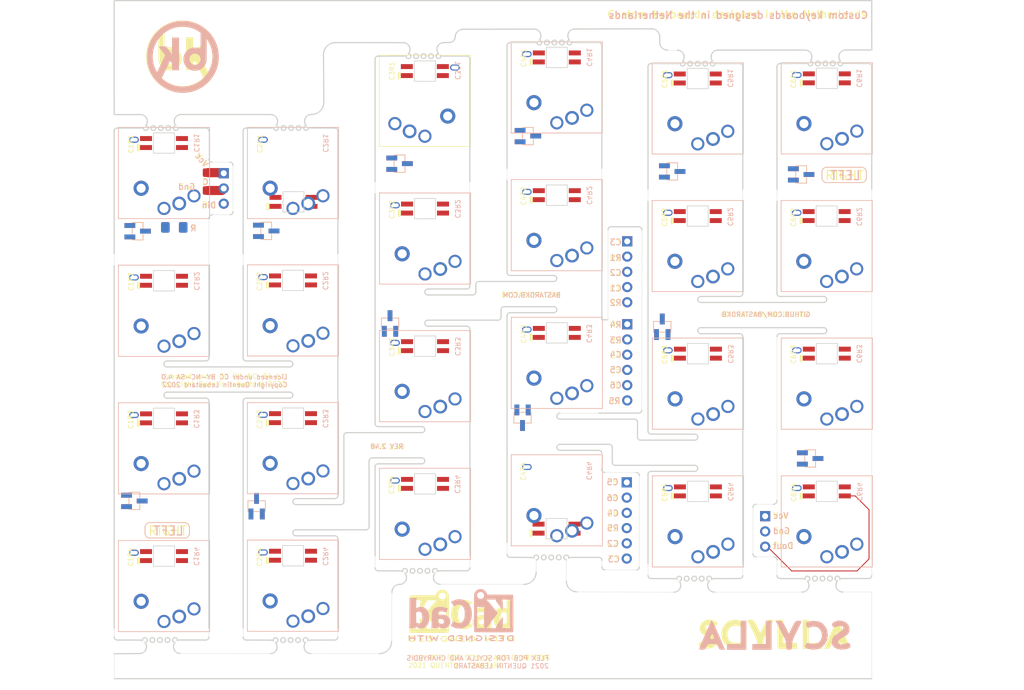
<source format=kicad_pcb>
(kicad_pcb (version 20221018) (generator pcbnew)
  (layers (0 "F.Cu" signal) (31 "B.Cu" signal) (34 "B.Paste" user) (35 "F.Paste" user) (36 "B.SilkS" user "B.Silkscreen") (37 "F.SilkS" user "F.Silkscreen") (38 "B.Mask" user) (39 "F.Mask" user) (44 "Edge.Cuts" user))
  (net 0 "")
  (net 1 "col1")
  (net 2 "col2")
  (net 3 "col3")
  (net 4 "col4")
  (net 5 "col5")
  (net 6 "col6")
  (net 7 "row1")
  (net 8 "row3")
  (net 9 "row2")
  (net 10 "row4")
  (net 11 "row5")
  (net 12 "Vcc")
  (net 13 "Gnd")
  (net 14 "Din")
  (net 15 "Dout")
  (net 16 "Net-(D1-A)")
  (net 17 "Net-(D1-A)_1")
  (net 18 "Net-(D2-DIN)")
  (net 19 "Net-(D2-DOUT)")
  (net 20 "Net-(D3-DOUT)")
  (net 21 "Net-(D18-DIN)")
  (net 22 "Net-(D18-DOUT)")
  (net 23 "Net-(D5-DOUT)")
  (net 24 "Net-(D33-DIN)")
  (net 25 "Net-(D9-A)_1")
  (net 26 "Net-(D9-A)")
  (net 27 "Net-(D10-A)")
  (net 28 "Net-(D10-A)_1")
  (net 29 "Net-(D11-A)_1")
  (net 30 "Net-(D11-A)")
  (net 31 "Net-(D12-A)_1")
  (net 32 "Net-(D12-A)")
  (net 33 "Net-(D13-A)_1")
  (net 34 "Net-(D13-A)")
  (net 35 "Net-(D14-A)_1")
  (net 36 "Net-(D14-A)")
  (net 37 "Net-(D15-A)_1")
  (net 38 "Net-(D15-A)")
  (net 39 "Net-(D16-A)")
  (net 40 "Net-(D16-A)_1")
  (net 41 "Net-(D17-A)_1")
  (net 42 "Net-(D17-A)")
  (net 43 "Net-(D19-DIN)")
  (net 44 "Net-(D19-DOUT)")
  (net 45 "Net-(D21-DOUT)")
  (net 46 "Net-(D23-DOUT)")
  (net 47 "Net-(D25-DOUT)")
  (net 48 "Net-(D31-A)")
  (net 49 "Net-(D31-A)_1")
  (net 50 "Net-(D32-A)_1")
  (net 51 "Net-(D32-A)")
  (net 52 "Net-(D33-DOUT)")
  (net 53 "Net-(D37-DOUT)")
  (net 54 "Net-(D39-DOUT)")
  (net 55 "Net-(D41-DOUT)")
  (net 56 "Net-(D43-DOUT)")
  (net 57 "Net-(D45-DOUT)")
  (net 58 "Net-(D47-DOUT)")
  (net 59 "Net-(D49-DOUT)")
  (net 60 "Net-(D51-DOUT)")
  (net 61 "Net-(D53-DOUT)")
  (net 62 "Net-(D55-DOUT)")
  (net 63 "Net-(D57-DOUT)")
  (footprint "libs2:YS-SK6812MINI-E_REVERSE" (layer "F.Cu") (at 154.209399 62.506598)
    (fp_text reference "D55" hide)
    (fp_text value "SK6812MINI")
    (fp_line (start -1.75 -1.7) (end -1.75 1.7) (stroke (width 0.12)) (layer "Edge.Cuts"))
    (fp_line (start -1.75 1.7) (end 1.75 1.7) (stroke (width 0.12)) (layer "Edge.Cuts"))
    (fp_line (start 1.75 -1.7) (end -1.75 -1.7) (stroke (width 0.12)) (layer "Edge.Cuts"))
    (fp_line (start 1.75 1.7) (end 1.75 -1.7) (stroke (width 0.12)) (layer "Edge.Cuts"))
  )
  (footprint "libs2:YS-SK6812MINI-E_REVERSE" (layer "F.Cu") (at 109.2244 36.0586)
    (fp_text reference "D43" hide)
    (fp_text value "SK6812MINI")
    (fp_line (start -1.75 -1.7) (end -1.75 1.7) (stroke (width 0.12)) (layer "Edge.Cuts"))
    (fp_line (start -1.75 1.7) (end 1.75 1.7) (stroke (width 0.12)) (layer "Edge.Cuts"))
    (fp_line (start 1.75 -1.7) (end -1.75 -1.7) (stroke (width 0.12)) (layer "Edge.Cuts"))
    (fp_line (start 1.75 1.7) (end 1.75 -1.7) (stroke (width 0.12)) (layer "Edge.Cuts"))
  )
  (footprint "customs:TSOT-23_HandSoldering" (layer "F.Cu") (at 39.336254 65.024823)
    (fp_text reference "D13" hide)
    (fp_text value "D_BAV70")
  )
  (footprint "customs:TSOT-23_HandSoldering" (layer "F.Cu") (at 151.455999 102.917998)
    (fp_text reference "D17" hide)
    (fp_text value "D_BAV70")
  )
  (footprint "libs2:YS-SK6812MINI-E_REVERSE" (layer "F.Cu") (at 43.7372 119.190001)
    (fp_text reference "D18" hide)
    (fp_text value "SK6812MINI")
    (fp_line (start -1.75 -1.7) (end -1.75 1.7) (stroke (width 0.12)) (layer "Edge.Cuts"))
    (fp_line (start -1.75 1.7) (end 1.75 1.7) (stroke (width 0.12)) (layer "Edge.Cuts"))
    (fp_line (start 1.75 -1.7) (end -1.75 -1.7) (stroke (width 0.12)) (layer "Edge.Cuts"))
    (fp_line (start 1.75 1.7) (end 1.75 -1.7) (stroke (width 0.12)) (layer "Edge.Cuts"))
  )
  (footprint "prettylib:MX100-ChocV1V2-flex" (layer "F.Cu") (at 87.2534 112.1532)
    (fp_text reference "SW12" hide)
    (fp_text value "SW_Push" hide)
  )
  (footprint "Connector_PinHeader_2.54mm:PinHeader_1x03_P2.54mm_Vertical" (layer "F.Cu") (at 53.6952 55.3644)
    (fp_text reference "J3" hide)
    (fp_text value "Conn_01x03_Female")
  )
  (footprint "customs:TSOT-23_HandSoldering" (layer "F.Cu") (at 38.8 110)
    (fp_text reference "D1" hide)
    (fp_text value "D_BAV70")
  )
  (footprint "prettylib:MX100-ChocV1V2-flex" (layer "F.Cu") (at 65.241599 101.1964)
    (fp_text reference "SW7" hide)
    (fp_text value "SW_Push" hide)
  )
  (footprint "libs2:YS-SK6812MINI-E_REVERSE" (layer "F.Cu") (at 87.2534 84.1916)
    (fp_text reference "D23" hide)
    (fp_text value "SK6812MINI")
    (fp_line (start -1.75 -1.7) (end -1.75 1.7) (stroke (width 0.12)) (layer "Edge.Cuts"))
    (fp_line (start -1.75 1.7) (end 1.75 1.7) (stroke (width 0.12)) (layer "Edge.Cuts"))
    (fp_line (start 1.75 -1.7) (end -1.75 -1.7) (stroke (width 0.12)) (layer "Edge.Cuts"))
    (fp_line (start 1.75 1.7) (end 1.75 -1.7) (stroke (width 0.12)) (layer "Edge.Cuts"))
  )
  (footprint "prettylib:MX100-ChocV1V2-flex" (layer "F.Cu") (at 109.2244 86.9818)
    (fp_text reference "SW16" hide)
    (fp_text value "SW_Push" hide)
  )
  (footprint "Capacitor_SMD:C_1206_3216Metric_Pad1.42x1.75mm_HandSolder" (layer "F.Cu") (at 51.0752 56.7544 -90)
    (fp_text reference "C1" hide)
    (fp_text value "C")
  )
  (footprint "prettylib:MX100-ChocV1V2-flex" (layer "F.Cu") (at 132.7464 90.4428)
    (fp_text reference "SW21" hide)
    (fp_text value "SW_Push" hide)
  )
  (footprint "LOGO" (layer "F.Cu") (at 46.7752 35.9144)
    (fp_text reference "G***" hide)
    (fp_text value "LOGO" hide)
  )
  (footprint "libs2:YS-SK6812MINI-E_REVERSE" (layer "F.Cu") (at 132.7464 85.4428)
    (fp_text reference "D49" hide)
    (fp_text value "SK6812MINI")
    (fp_line (start -1.75 -1.7) (end -1.75 1.7) (stroke (width 0.12)) (layer "Edge.Cuts"))
    (fp_line (start -1.75 1.7) (end 1.75 1.7) (stroke (width 0.12)) (layer "Edge.Cuts"))
    (fp_line (start 1.75 -1.7) (end -1.75 -1.7) (stroke (width 0.12)) (layer "Edge.Cuts"))
    (fp_line (start 1.75 1.7) (end 1.75 -1.7) (stroke (width 0.12)) (layer "Edge.Cuts"))
  )
  (footprint "prettylib:MX100-ChocV1V2-flex" (layer "F.Cu") (at 87.2534 89.1916)
    (fp_text reference "SW11" hide)
    (fp_text value "SW_Push" hide)
  )
  (footprint "prettylib:MX100-ChocV1V2-flex" (layer "F.Cu") (at 132.721 44.5704)
    (fp_text reference "SW19" hide)
    (fp_text value "SW_Push" hide)
  )
  (footprint "libs2:YS-SK6812MINI-E_REVERSE" (layer "F.Cu") (at 65.241599 96.1964)
    (fp_text reference "D7" hide)
    (fp_text value "SK6812MINI")
    (fp_line (start -1.75 -1.7) (end -1.75 1.7) (stroke (width 0.12)) (layer "Edge.Cuts"))
    (fp_line (start -1.75 1.7) (end 1.75 1.7) (stroke (width 0.12)) (layer "Edge.Cuts"))
    (fp_line (start 1.75 -1.7) (end -1.75 -1.7) (stroke (width 0.12)) (layer "Edge.Cuts"))
    (fp_line (start 1.75 1.7) (end 1.75 -1.7) (stroke (width 0.12)) (layer "Edge.Cuts"))
  )
  (footprint "customs:PinHeader_1x05_P2.54mm_Vertical" (layer "F.Cu") (at 120.9608 66.719199)
    (fp_text reference "J2" hide)
    (fp_text value "Conn_01x05_Female")
  )
  (footprint "libs2:YS-SK6812MINI-E_REVERSE" (layer "F.Cu") (at 109.181 114.617999)
    (fp_text reference "D37" hide)
    (fp_text value "SK6812MINI")
    (fp_line (start -1.75 -1.7) (end -1.75 1.7) (stroke (width 0.12)) (layer "Edge.Cuts"))
    (fp_line (start -1.75 1.7) (end 1.75 1.7) (stroke (width 0.12)) (layer "Edge.Cuts"))
    (fp_line (start 1.75 -1.7) (end -1.75 -1.7) (stroke (width 0.12)) (layer "Edge.Cuts"))
    (fp_line (start 1.75 1.7) (end 1.75 -1.7) (stroke (width 0.12)) (layer "Edge.Cuts"))
  )
  (footprint "Connector_PinHeader_2.54mm:PinHeader_1x06_P2.54mm_Vertical" (layer "F.Cu") (at 120.9608 80.536799)
    (fp_text reference "J4" hide)
    (fp_text value "Conn_01x06_Female")
  )
  (footprint "libs2:YS-SK6812MINI-E_REVERSE" (layer "F.Cu") (at 65.326 60.137999)
    (fp_text reference "D35" hide)
    (fp_text value "SK6812MINI")
    (fp_line (start -1.75 -1.7) (end -1.75 1.7) (stroke (width 0.12)) (layer "Edge.Cuts"))
    (fp_line (start -1.75 1.7) (end 1.75 1.7) (stroke (width 0.12)) (layer "Edge.Cuts"))
    (fp_line (start 1.75 -1.7) (end -1.75 -1.7) (stroke (width 0.12)) (layer "Edge.Cuts"))
    (fp_line (start 1.75 1.7) (end 1.75 -1.7) (stroke (width 0.12)) (layer "Edge.Cuts"))
  )
  (footprint "Connector_PinHeader_2.54mm:PinHeader_1x03_P2.54mm_Vertical" (layer "F.Cu") (at 143.9552 112.5344)
    (fp_text reference "J5" hide)
    (fp_text value "Conn_01x03_Female")
  )
  (footprint "libs2:YS-SK6812MINI-E_REVERSE" (layer "F.Cu") (at 109.2244 59.0202)
    (fp_text reference "D41" hide)
    (fp_text value "SK6812MINI")
    (fp_line (start -1.75 -1.7) (end -1.75 1.7) (stroke (width 0.12)) (layer "Edge.Cuts"))
    (fp_line (start -1.75 1.7) (end 1.75 1.7) (stroke (width 0.12)) (layer "Edge.Cuts"))
    (fp_line (start 1.75 -1.7) (end -1.75 -1.7) (stroke (width 0.12)) (layer "Edge.Cuts"))
    (fp_line (start 1.75 1.7) (end 1.75 -1.7) (stroke (width 0.12)) (layer "Edge.Cuts"))
  )
  (footprint "customs:TSOT-23_HandSoldering" (layer "F.Cu") (at 104.406 49.167999)
    (fp_text reference "D11" hide)
    (fp_text value "D_BAV70")
  )
  (footprint "Resistor_SMD:R_1206_3216Metric_Pad1.42x1.75mm_HandSolder" (layer "F.Cu") (at 45.4527 64.3844 180)
    (fp_text reference "R2" hide)
    (fp_text value "R")
  )
  (footprint "libs2:YS-SK6812MINI-E_REVERSE" (layer "F.Cu") (at 43.7372 50.330601)
    (fp_text reference "D2" hide)
    (fp_text value "SK6812MINI")
    (fp_line (start -1.75 -1.7) (end -1.75 1.7) (stroke (width 0.12)) (layer "Edge.Cuts"))
    (fp_line (start -1.75 1.7) (end 1.75 1.7) (stroke (width 0.12)) (layer "Edge.Cuts"))
    (fp_line (start 1.75 -1.7) (end -1.75 -1.7) (stroke (width 0.12)) (layer "Edge.Cuts"))
    (fp_line (start 1.75 1.7) (end 1.75 -1.7) (stroke (width 0.12)) (layer "Edge.Cuts"))
  )
  (footprint "customs:TSOT-23_HandSoldering" (layer "F.Cu") (at 83.006 53.767999)
    (fp_text reference "D9" hide)
    (fp_text value "D_BAV70")
  )
  (footprint "libs2:YS-SK6812MINI-E_REVERSE" (layer "F.Cu") (at 43.7372 96.228401)
    (fp_text reference "D4" hide)
    (fp_text value "SK6812MINI")
    (fp_line (start -1.75 -1.7) (end -1.75 1.7) (stroke (width 0.12)) (layer "Edge.Cuts"))
    (fp_line (start -1.75 1.7) (end 1.75 1.7) (stroke (width 0.12)) (layer "Edge.Cuts"))
    (fp_line (start 1.75 -1.7) (end -1.75 -1.7) (stroke (width 0.12)) (layer "Edge.Cuts"))
    (fp_line (start 1.75 1.7) (end 1.75 -1.7) (stroke (width 0.12)) (layer "Edge.Cuts"))
  )
  (footprint "libs2:YS-SK6812MINI-E_REVERSE" (layer "F.Cu") (at 87.2534 107.1532)
    (fp_text reference "D25" hide)
    (fp_text value "SK6812MINI")
    (fp_line (start -1.75 -1.7) (end -1.75 1.7) (stroke (width 0.12)) (layer "Edge.Cuts"))
    (fp_line (start -1.75 1.7) (end 1.75 1.7) (stroke (width 0.12)) (layer "Edge.Cuts"))
    (fp_line (start 1.75 -1.7) (end -1.75 -1.7) (stroke (width 0.12)) (layer "Edge.Cuts"))
    (fp_line (start 1.75 1.7) (end 1.75 -1.7) (stroke (width 0.12)) (layer "Edge.Cuts"))
  )
  (footprint "customs:TSOT-23_HandSoldering" (layer "F.Cu") (at 128.456 55.068)
    (fp_text reference "D14" hide)
    (fp_text value "D_BAV70")
  )
  (footprint "prettylib:MX100-ChocV1V2-flex" (layer "F.Cu") (at 109.2244 109.8926)
    (fp_text reference "SW17" hide)
    (fp_text value "SW_Push" hide)
  )
  (footprint "libs2:YS-SK6812MINI-E_REVERSE" (layer "F.Cu") (at 154.234799 108.404398)
    (fp_text reference "D59" hide)
    (fp_text value "SK6812MINI")
    (fp_line (start -1.75 -1.7) (end -1.75 1.7) (stroke (width 0.12)) (layer "Edge.Cuts"))
    (fp_line (start -1.75 1.7) (end 1.75 1.7) (stroke (width 0.12)) (layer "Edge.Cuts"))
    (fp_line (start 1.75 -1.7) (end -1.75 -1.7) (stroke (width 0.12)) (layer "Edge.Cuts"))
    (fp_line (start 1.75 1.7) (end 1.75 -1.7) (stroke (width 0.12)) (layer "Edge.Cuts"))
  )
  (footprint "customs:TSOT-23_HandSoldering" (layer "F.Cu") (at 59.173509 110.867999 90)
    (fp_text reference "D32" hide)
    (fp_text value "D_BAV70")
  )
  (footprint "LOGO" (layer "F.Cu") (at 145.3752 132.0644)
    (fp_text reference "G***" hide)
    (fp_text value "LOGO" hide)
  )
  (footprint "prettylib:MX100-ChocV1V2-flex" (layer "F.Cu") (at 65.241599 55.324)
    (fp_text reference "SW5" hide)
    (fp_text value "SW_Push" hide)
  )
  (footprint "libs2:YS-SK6812MINI-E_REVERSE" (layer "F.Cu") (at 154.234799 85.442798)
    (fp_text reference "D57" hide)
    (fp_text value "SK6812MINI")
    (fp_line (start -1.75 -1.7) (end -1.75 1.7) (stroke (width 0.12)) (layer "Edge.Cuts"))
    (fp_line (start -1.75 1.7) (end 1.75 1.7) (stroke (width 0.12)) (layer "Edge.Cuts"))
    (fp_line (start 1.75 -1.7) (end -1.75 -1.7) (stroke (width 0.12)) (layer "Edge.Cuts"))
    (fp_line (start 1.75 1.7) (end 1.75 -1.7) (stroke (width 0.12)) (layer "Edge.Cuts"))
  )
  (footprint "prettylib:MX100-ChocV1V2-flex" (layer "F.Cu") (at 109.2244 41.0586)
    (fp_text reference "SW14" hide)
    (fp_text value "SW_Push" hide)
  )
  (footprint "libs2:YS-SK6812MINI-E_REVERSE" (layer "F.Cu") (at 109.2244 81.9818)
    (fp_text reference "D39" hide)
    (fp_text value "SK6812MINI")
    (fp_line (start -1.75 -1.7) (end -1.75 1.7) (stroke (width 0.12)) (layer "Edge.Cuts"))
    (fp_line (start -1.75 1.7) (end 1.75 1.7) (stroke (width 0.12)) (layer "Edge.Cuts"))
    (fp_line (start 1.75 -1.7) (end -1.75 -1.7) (stroke (width 0.12)) (layer "Edge.Cuts"))
    (fp_line (start 1.75 1.7) (end 1.75 -1.7) (stroke (width 0.12)) (layer "Edge.Cuts"))
  )
  (footprint "prettylib:MX100-ChocV1V2-flex" (layer "F.Cu") (at 109.2244 64.0202)
    (fp_text reference "SW15" hide)
    (fp_text value "SW_Push" hide)
  )
  (footprint "libs2:YS-SK6812MINI-E_REVERSE" (layer "F.Cu") (at 65.241599 73.2348)
    (fp_text reference "D33" hide)
    (fp_text value "SK6812MINI")
    (fp_line (start -1.75 -1.7) (end -1.75 1.7) (stroke (width 0.12)) (layer "Edge.Cuts"))
    (fp_line (start -1.75 1.7) (end 1.75 1.7) (stroke (width 0.12)) (layer "Edge.Cuts"))
    (fp_line (start 1.75 -1.7) (end -1.75 -1.7) (stroke (width 0.12)) (layer "Edge.Cuts"))
    (fp_line (start 1.75 1.7) (end 1.75 -1.7) (stroke (width 0.12)) (layer "Edge.Cuts"))
  )
  (footprint "Connector_PinHeader_2.54mm:PinHeader_1x06_P2.54mm_Vertical" (layer "F.Cu") (at 120.8852 106.9044)
    (fp_text reference "J1" hide)
    (fp_text value "Conn_01x06_Female")
  )
  (footprint "prettylib:MX100-ChocV1V2-flex" (layer "F.Cu") (at 43.7372 55.330601)
    (fp_text reference "SW1" hide)
    (fp_text value "SW_Push" hide)
  )
  (footprint "customs:TSOT-23_HandSoldering" (layer "F.Cu") (at 103.506 96.117999 -90)
    (fp_text reference "D12" hide)
    (fp_text value "D_BAV70")
  )
  (footprint "prettylib:MX100-ChocV1V2-flex" (layer "F.Cu") (at 154.209399 67.506598)
    (fp_text reference "SW24" hide)
    (fp_text value "SW_Push" hide)
  )
  (footprint "customs:TSOT-23_HandSoldering" (layer "F.Cu") (at 60.775999 64.977999)
    (fp_text reference "D31" hide)
    (fp_text value "D_BAV70")
  )
  (footprint "prettylib:MX100-ChocV1V2-flex" (layer "F.Cu") (at 65.241599 124.1326)
    (fp_text reference "SW8" hide)
    (fp_text value "SW_Push" hide)
  )
  (footprint "prettylib:MX100-ChocV1V2-flex" (layer "F.Cu") (at 87.2534 66.2554)
    (fp_text reference "SW10" hide)
    (fp_text value "SW_Push" hide)
  )
  (footprint "prettylib:MX100-ChocV1V2-flex" (layer "F.Cu") (at 154.234799 90.442798)
    (fp_text reference "SW25" hide)
    (fp_text value "SW_Push" hide)
  )
  (footprint "libs2:YS-SK6812MINI-E_REVERSE" (layer "F.Cu") (at 132.721 39.5704)
    (fp_text reference "D45" hide)
    (fp_text value "SK6812MINI")
    (fp_line (start -1.75 -1.7) (end -1.75 1.7) (stroke (width 0.12)) (layer "Edge.Cuts"))
    (fp_line (start -1.75 1.7) (end 1.75 1.7) (stroke (width 0.12)) (layer "Edge.Cuts"))
    (fp_line (start 1.75 -1.7) (end -1.75 -1.7) (stroke (width 0.12)) (layer "Edge.Cuts"))
    (fp_line (start 1.75 1.7) (end 1.75 -1.7) (stroke (width 0.12)) (layer "Edge.Cuts"))
  )
  (footprint "customs:TSOT-23_HandSoldering" (layer "F.Cu") (at 126.806 80.968 90)
    (fp_text reference "D15" hide)
    (fp_text value "D_BAV70")
  )
  (footprint "prettylib:MX100-ChocV1V2-flex" (layer "F.Cu") (at 154.234799 113.404398)
    (fp_text reference "SW26" hide)
    (fp_text value "SW_Push" hide)
  )
  (footprint "libs2:YS-SK6812MINI-E_REVERSE" (layer "F.Cu") (at 43.7372 73.292201)
    (fp_text reference "D3" hide)
    (fp_text value "SK6812MINI")
    (fp_line (start -1.75 -1.7) (end -1.75 1.7) (stroke (width 0.12)) (layer "Edge.Cuts"))
    (fp_line (start -1.75 1.7) (end 1.75 1.7) (stroke (width 0.12)) (layer "Edge.Cuts"))
    (fp_line (start 1.75 -1.7) (end -1.75 -1.7) (stroke (width 0.12)) (layer "Edge.Cuts"))
    (fp_line (start 1.75 1.7) (end 1.75 -1.7) (stroke (width 0.12)) (layer "Edge.Cuts"))
  )
  (footprint "libs2:YS-SK6812MINI-E_REVERSE" (layer "F.Cu") (at 132.7464 108.4044)
    (fp_text reference "D51" hide)
    (fp_text value "SK6812MINI")
    (fp_line (start -1.75 -1.7) (end -1.75 1.7) (stroke (width 0.12)) (layer "Edge.Cuts"))
    (fp_line (start -1.75 1.7) (end 1.75 1.7) (stroke (width 0.12)) (layer "Edge.Cuts"))
    (fp_line (start 1.75 -1.7) (end -1.75 -1.7) (stroke (width 0.12)) (layer "Edge.Cuts"))
    (fp_line (start 1.75 1.7) (end 1.75 -1.7) (stroke (width 0.12)) (layer "Edge.Cuts"))
  )
  (footprint "prettylib:MX100-ChocV1V2-flex" (layer "F.Cu") (at 132.721 67.5066)
    (fp_text reference "SW20" hide)
    (fp_text value "SW_Push" hide)
  )
  (footprint "prettylib:MX100-ChocV1V2-flex" (layer "F.Cu") (at 43.7372 78.292201)
    (fp_text reference "SW2" hide)
    (fp_text value "SW_Push" hide)
  )
  (footprint "LOGO" (layer "F.Cu") (at 93.2752 129.1644)
    (fp_text reference "G***" hide)
    (fp_text value "LOGO" hide)
  )
  (footprint "prettylib:MX100-ChocV1V2-flex" (layer "F.Cu") (at 132.7464 113.4044)
    (fp_text reference "SW22" hide)
    (fp_text value "SW_Push" hide)
  )
  (footprint "prettylib:MX100-ChocV1V2-flex" (layer "F.Cu") (at 154.234799 44.544998)
    (fp_text reference "SW23" hide)
    (fp_text value "SW_Push" hide)
  )
  (footprint "customs:TSOT-23_HandSoldering" (layer "F.Cu") (at 149.955999 55.567998)
    (fp_text reference "D16" hide)
    (fp_text value "D_BAV70")
  )
  (footprint "libs2:YS-SK6812MINI-E_REVERSE" (layer "F.Cu") (at 87.2252 38.334399)
    (fp_text reference "D19" hide)
    (fp_text value "SK6812MINI")
    (fp_line (start -1.75 -1.7) (end -1.75 1.7) (stroke (width 0.12)) (layer "Edge.Cuts"))
    (fp_line (start -1.75 1.7) (end 1.75 1.7) (stroke (width 0.12)) (layer "Edge.Cuts"))
    (fp_line (start 1.75 -1.7) (end -1.75 -1.7) (stroke (width 0.12)) (layer "Edge.Cuts"))
    (fp_line (start 1.75 1.7) (end 1.75 -1.7) (stroke (width 0.12)) (layer "Edge.Cuts"))
  )
  (footprint "libs2:YS-SK6812MINI-E_REVERSE" (layer "F.Cu") (at 65.241599 119.1326)
    (fp_text reference "D5" hide)
    (fp_text value "SK6812MINI")
    (fp_line (start -1.75 -1.7) (end -1.75 1.7) (stroke (width 0.12)) (layer "Edge.Cuts"))
    (fp_line (start -1.75 1.7) (end 1.75 1.7) (stroke (width 0.12)) (layer "Edge.Cuts"))
    (fp_line (start 1.75 -1.7) (end -1.75 -1.7) (stroke (width 0.12)) (layer "Edge.Cuts"))
    (fp_line (start 1.75 1.7) (end 1.75 -1.7) (stroke (width 0.12)) (layer "Edge.Cuts"))
  )
  (footprint "prettylib:MX100-ChocV1V2-flex" (layer "F.Cu") (at 65.241599 78.2348)
    (fp_text reference "SW6" hide)
    (fp_text value "SW_Push" hide)
  )
  (footprint "customs:TSOT-23_HandSoldering" (layer "F.Cu") (at 81.418348 80.416408 90)
    (fp_text reference "D10" hide)
    (fp_text value "D_BAV70")
  )
  (footprint "libs2:YS-SK6812MINI-E_REVERSE" (layer "F.Cu") (at 87.2534 61.2554)
    (fp_text reference "D21" hide)
    (fp_text value "SK6812MINI")
    (fp_line (start -1.75 -1.7) (end -1.75 1.7) (stroke (width 0.12)) (layer "Edge.Cuts"))
    (fp_line (start -1.75 1.7) (end 1.75 1.7) (stroke (width 0.12)) (layer "Edge.Cuts"))
    (fp_line (start 1.75 -1.7) (end -1.75 -1.7) (stroke (width 0.12)) (layer "Edge.Cuts"))
    (fp_line (start 1.75 1.7) (end 1.75 -1.7) (stroke (width 0.12)) (layer "Edge.Cuts"))
  )
  (footprint "libs2:YS-SK6812MINI-E_REVERSE" (layer "F.Cu") (at 132.721 62.5066)
    (fp_text reference "D47" hide)
    (fp_text value "SK6812MINI")
    (fp_line (start -1.75 -1.7) (end -1.75 1.7) (stroke (width 0.12)) (layer "Edge.Cuts"))
    (fp_line (start -1.75 1.7) (end 1.75 1.7) (stroke (width 0.12)) (layer "Edge.Cuts"))
    (fp_line (start 1.75 -1.7) (end -1.75 -1.7) (stroke (width 0.12)) (layer "Edge.Cuts"))
    (fp_line (start 1.75 1.7) (end 1.75 -1.7) (stroke (width 0.12)) (layer "Edge.Cuts"))
  )
  (footprint "libs2:YS-SK6812MINI-E_REVERSE" (layer "F.Cu") (at 154.234799 39.544998)
    (fp_text reference "D53" hide)
    (fp_text value "SK6812MINI")
    (fp_line (start -1.75 -1.7) (end -1.75 1.7) (stroke (width 0.12)) (layer "Edge.Cuts"))
    (fp_line (start -1.75 1.7) (end 1.75 1.7) (stroke (width 0.12)) (layer "Edge.Cuts"))
    (fp_line (start 1.75 -1.7) (end -1.75 -1.7) (stroke (width 0.12)) (layer "Edge.Cuts"))
    (fp_line (start 1.75 1.7) (end 1.75 -1.7) (stroke (width 0.12)) (layer "Edge.Cuts"))
  )
  (footprint "prettylib:MX100-ChocV1V2-flex" (layer "F.Cu") (at 43.7372 101.228401)
    (fp_text reference "SW3" hide)
    (fp_text value "SW_Push" hide)
  )
  (footprint "prettylib:MX100-ChocV1V2-flex" (layer "F.Cu") (at 43.7372 124.190001)
    (fp_text reference "SW4" hide)
    (fp_text value "SW_Push" hide)
  )
  (footprint "LOGO" (layer "B.Cu") (at 145.686054 132.227595 180)
    (fp_text reference "G***" hide)
    (fp_text value "LOGO" hide)
  )
  (footprint "LOGO" (layer "B.Cu") (at 93.3752 129.0644 180)
    (fp_text reference "G***" hide)
    (fp_text value "LOGO" hide)
  )
  (footprint "prettylib:MX100-ChocV1V2-flex" (layer "B.Cu") (at 87.228 43.2938 180)
    (fp_text reference "SW9" hide)
    (fp_text value "SW_Push" hide)
  )
  (footprint "Resistor_SMD:R_1206_3216Metric_Pad1.42x1.75mm_HandSolder" (layer "B.Cu") (at 45.4452 64.4044 180)
    (fp_text reference "R1" hide)
    (fp_text value "R")
  )
  (footprint "LOGO" (layer "B.Cu") (at 46.8752 35.9644 180)
    (fp_text reference "G***" hide)
    (fp_text value "LOGO" hide)
  )
  (gr_line (start 160.030931 56.935095) (end 154.205931 56.935094) (stroke (width 0.12)) (layer "B.SilkS"))
  (gr_line (start 40.575042 114.394905) (end 40.575042 115.414016) (stroke (width 0.12)) (layer "B.SilkS"))
  (gr_line (start 41.37112 113.614016) (end 47.19612 113.614016) (stroke (width 0.12)) (layer "B.SilkS"))
  (gr_line (start 154.22112 54.364016) (end 160.04612 54.364016) (stroke (width 0.12)) (layer "B.SilkS"))
  (gr_arc (start 160.827009 56.154205) (mid 160.587339 56.706099) (end 160.030931 56.935095) (stroke (width 0.12)) (layer "B.SilkS"))
  (gr_arc (start 47.977009 115.404205) (mid 47.737339 115.956099) (end 47.180931 116.185095) (stroke (width 0.12)) (layer "B.SilkS"))
  (gr_line (start 47.180931 116.185095) (end 41.355931 116.185094) (stroke (width 0.12)) (layer "B.SilkS"))
  (gr_line (start 160.827009 56.154205) (end 160.827009 55.135094) (stroke (width 0.12)) (layer "B.SilkS"))
  (gr_arc (start 160.04612 54.364016) (mid 160.589372 54.594804) (end 160.827009 55.135094) (stroke (width 0.12)) (layer "B.SilkS"))
  (gr_line (start 153.425042 55.144905) (end 153.425042 56.164016) (stroke (width 0.12)) (layer "B.SilkS"))
  (gr_arc (start 40.575042 114.394905) (mid 40.814712 113.843011) (end 41.37112 113.614015) (stroke (width 0.12)) (layer "B.SilkS"))
  (gr_arc (start 154.205931 56.935094) (mid 153.662679 56.704306) (end 153.425042 56.164016) (stroke (width 0.12)) (layer "B.SilkS"))
  (gr_arc (start 153.425042 55.144905) (mid 153.664712 54.593011) (end 154.22112 54.364015) (stroke (width 0.12)) (layer "B.SilkS"))
  (gr_arc (start 47.19612 113.614016) (mid 47.739372 113.844804) (end 47.977009 114.385094) (stroke (width 0.12)) (layer "B.SilkS"))
  (gr_arc (start 41.355931 116.185094) (mid 40.812679 115.954306) (end 40.575042 115.414016) (stroke (width 0.12)) (layer "B.SilkS"))
  (gr_line (start 47.977009 115.404205) (end 47.977009 114.385094) (stroke (width 0.12)) (layer "B.SilkS"))
  (gr_line (start 160.82701 55.144905) (end 160.82701 56.164016) (stroke (width 0.12)) (layer "F.SilkS"))
  (gr_arc (start 160.030932 54.364015) (mid 160.58734 54.593011) (end 160.82701 55.144905) (stroke (width 0.12)) (layer "F.SilkS"))
  (gr_line (start 40.575043 115.404205) (end 40.575043 114.385094) (stroke (width 0.12)) (layer "F.SilkS"))
  (gr_arc (start 47.180932 113.614015) (mid 47.73734 113.843011) (end 47.97701 114.394905) (stroke (width 0.12)) (layer "F.SilkS"))
  (gr_arc (start 160.82701 56.164016) (mid 160.589372 56.704306) (end 160.046121 56.935094) (stroke (width 0.12)) (layer "F.SilkS"))
  (gr_arc (start 154.221121 56.935095) (mid 153.664713 56.706099) (end 153.425043 56.154205) (stroke (width 0.12)) (layer "F.SilkS"))
  (gr_arc (start 41.371121 116.185095) (mid 40.814713 115.956099) (end 40.575043 115.404205) (stroke (width 0.12)) (layer "F.SilkS"))
  (gr_arc (start 153.425043 55.135094) (mid 153.662681 54.594804) (end 154.205932 54.364016) (stroke (width 0.12)) (layer "F.SilkS"))
  (gr_arc (start 40.575043 114.385094) (mid 40.812681 113.844804) (end 41.355932 113.614016) (stroke (width 0.12)) (layer "F.SilkS"))
  (gr_line (start 47.97701 114.394905) (end 47.97701 115.414016) (stroke (width 0.12)) (layer "F.SilkS"))
  (gr_line (start 154.221121 56.935095) (end 160.046121 56.935094) (stroke (width 0.12)) (layer "F.SilkS"))
  (gr_line (start 153.425043 56.154205) (end 153.425043 55.135094) (stroke (width 0.12)) (layer "F.SilkS"))
  (gr_line (start 47.180932 113.614016) (end 41.355932 113.614016) (stroke (width 0.12)) (layer "F.SilkS"))
  (gr_arc (start 47.97701 115.414016) (mid 47.739372 115.954306) (end 47.196121 116.185094) (stroke (width 0.12)) (layer "F.SilkS"))
  (gr_line (start 160.030932 54.364016) (end 154.205932 54.364016) (stroke (width 0.12)) (layer "F.SilkS"))
  (gr_line (start 41.371121 116.185095) (end 47.196121 116.185094) (stroke (width 0.12)) (layer "F.SilkS"))
  (gr_arc (start 46.579963 47.822218) (mid 46.32787 47.794061) (end 46.088493 47.71014) (stroke (width 0.2)) (layer "Edge.Cuts"))
  (gr_line (start 99.4252 79.859399) (end 87.7252 79.859399) (stroke (width 0.2)) (layer "Edge.Cuts"))
  (gr_circle (center 131.453005 37.098362) (end 131.853005 37.098362) (stroke (width 0.2)) (fill none) (layer "Edge.Cuts"))
  (gr_line (start 118.9752 104.059399) (end 132.2252 104.059399) (stroke (width 0.2)) (layer "Edge.Cuts"))
  (gr_arc (start 134.638701 123.341508) (mid 134.376873 122.626505) (end 135.006921 123.054083) (stroke (width 0.2)) (layer "Edge.Cuts"))
  (gr_line (start 81.736115 125.245961) (end 81.686411 133.405292) (stroke (width 0.05)) (layer "Edge.Cuts"))
  (gr_arc (start 46.441924 135.428104) (mid 45.420601 134.779062) (end 45.578699 133.579328) (stroke (width 0.2)) (layer "Edge.Cuts"))
  (gr_arc (start 116.2252 101.5594) (mid 116.578753 101.705847) (end 116.7252 102.0594) (stroke (width 0.2)) (layer "Edge.Cuts"))
  (gr_line (start 140.2252 82.609399) (end 140.2252 120.434398) (stroke (width 0.2)) (layer "Edge.Cuts"))
  (gr_arc (start 112.5752 125.164398) (mid 111.328587 124.622798) (end 110.811975 123.365623) (stroke (width 0.2)) (layer "Edge.Cuts"))
  (gr_line (start 116.7252 54.5344) (end 116.7252 56.5344) (stroke (width 0.05)) (layer "Edge.Cuts"))
  (gr_arc (start 50.725201 92.859399) (mid 51.078754 93.005846) (end 51.225201 93.359399) (stroke (width 0.2)) (layer "Edge.Cuts"))
  (gr_line (start 90.373 35.833999) (end 94.2252 35.834399) (stroke (width 0.2)) (layer "Edge.Cuts"))
  (gr_arc (start 83.52447 121.767858) (mid 84.153023 121.338084) (end 83.893691 122.053997) (stroke (width 0.2)) (layer "Edge.Cuts"))
  (gr_circle (center 43.20497 47.828109) (end 43.60497 47.828109) (stroke (width 0.2)) (fill none) (layer "Edge.Cuts"))
  (gr_arc (start 105.439071 31.334004) (mid 106.460394 31.983046) (end 106.302296 33.18278) (stroke (width 0.2)) (layer "Edge.Cuts"))
  (gr_arc (start 72.2252 115.809398) (mid 72.578753 115.955845) (end 72.7252 116.309398) (stroke (width 0.2)) (layer "Edge.Cuts"))
  (gr_arc (start 62.323692 133.600203) (mid 62.485977 134.799378) (end 61.466926 135.451983) (stroke (width 0.2)) (layer "Edge.Cuts"))
  (gr_line (start 124.4252 105.5594) (end 124.4252 120.434398) (stroke (width 0.2)) (layer "Edge.Cuts"))
  (gr_arc (start 87.7252 75.659401) (mid 87.225199 75.1594) (end 87.7252 74.659399) (stroke (width 0.2)) (layer "Edge.Cuts"))
  (gr_line (start 54.7352 62.284401) (end 51.8252 62.284401) (stroke (width 0.05)) (layer "Edge.Cuts"))
  (gr_arc (start 40.179476 133.301968) (mid 40.808047 132.872165) (end 40.548699 133.588106) (stroke (width 0.2)) (layer "Edge.Cuts"))
  (gr_arc (start 86.736 97.609399) (mid 87.236 98.109399) (end 86.736 98.609399) (stroke (width 0.2)) (layer "Edge.Cuts"))
  (gr_arc (start 72.725201 132.684399) (mid 72.578754 133.037952) (end 72.225201 133.184399) (stroke (width 0.2)) (layer "Edge.Cuts"))
  (gr_arc (start 118.9752 104.059399) (mid 118.621647 103.912952) (end 118.4752 103.559399) (stroke (width 0.2)) (layer "Edge.Cuts"))
  (gr_arc (start 62.039084 47.713999) (mid 61.800002 47.798755) (end 61.548008 47.827792) (stroke (width 0.2)) (layer "Edge.Cuts"))
  (gr_arc (start 124.4252 105.5594) (mid 124.571647 105.205847) (end 124.9252 105.0594) (stroke (width 0.2)) (layer "Edge.Cuts"))
  (gr_circle (center 109.2252 86.9844) (end 111.4252 86.9844) (stroke (width 0.2)) (fill none) (layer "Edge.Cuts"))
  (gr_line (start 56.9252 48.334399) (end 56.9252 68.784399) (stroke (width 0.2)) (layer "Edge.Cuts"))
  (gr_circle (center 133.373 122.943999) (end 132.973 122.943999) (stroke (width 0.2)) (fill none) (layer "Edge.Cuts"))
  (gr_line (start 161.7252 139.634398) (end 35.4252 139.634398) (stroke (width 0.2)) (layer "Edge.Cuts"))
  (gr_line (start 101.425201 78.6094) (end 108.7252 78.6094) (stroke (width 0.2)) (layer "Edge.Cuts"))
  (gr_line (start 87.7252 74.659399) (end 94.2252 74.659399) (stroke (width 0.2)) (layer "Edge.Cuts"))
  (gr_arc (start 45.946919 133.291902) (mid 46.186001 133.207146) (end 46.437995 133.178109) (stroke (width 0.2)) (layer "Edge.Cuts"))
  (gr_arc (start 123.403 94.843999) (mid 123.256553 95.197552) (end 122.903 95.343999) (stroke (width 0.2)) (layer "Edge.Cuts"))
  (gr_arc (start 45.719271 47.424002) (mid 45.556986 46.224827) (end 46.576037 45.572222) (stroke (width 0.2)) (layer "Edge.Cuts"))
  (gr_arc (start 94.736482 121.144) (mid 94.590035 121.497553) (end 94.236482 121.644) (stroke (width 0.2)) (layer "Edge.Cuts"))
  (gr_line (start 145.9252 37.584399) (end 145.9252 58.034399) (stroke (width 0.2)) (layer "Edge.Cuts"))
  (gr_line (start 70.326157 35.604585) (end 70.37601 43.524215) (stroke (width 0.2)) (layer "Edge.Cuts"))
  (gr_line (start 145.9252 120.434398) (end 145.935199 119.8244) (stroke (width 0.05)) (layer "Edge.Cuts"))
  (gr_arc (start 117.9752 100.559399) (mid 118.328753 100.705846) (end 118.4752 101.059399) (stroke (width 0.2)) (layer "Edge.Cuts"))
  (gr_arc (start 139.7252 37.084399) (mid 140.078753 37.230846) (end 140.2252 37.584399) (stroke (width 0.2)) (layer "Edge.Cuts"))
  (gr_arc (start 122.971801 121.014399) (mid 122.825354 121.367952) (end 122.471801 121.514399) (stroke (width 0.2)) (layer "Edge.Cuts"))
  (gr_line (start 161.7252 31.5844) (end 161.7252 26.5844) (stroke (width 0.2)) (layer "Edge.Cuts"))
  (gr_line (start 35.4252 26.5844) (end 35.423 45.583999) (stroke (width 0.2)) (layer "Edge.Cuts"))
  (gr_circle (center 41.954972 47.83029) (end 42.354972 47.83029) (stroke (width 0.2)) (fill none) (layer "Edge.Cuts"))
  (gr_arc (start 145.9252 37.584399) (mid 146.071647 37.230846) (end 146.4252 37.084399) (stroke (width 0.2)) (layer "Edge.Cuts"))
  (gr_line (start 64.725201 86.659399) (end 57.425201 86.659399) (stroke (width 0.2)) (layer "Edge.Cuts"))
  (gr_circle (center 87.657991 121.647708) (end 87.257991 121.647708) (stroke (width 0.2)) (fill none) (layer "Edge.Cuts"))
  (gr_arc (start 78.9252 36.334399) (mid 79.071647 35.980846) (end 79.4252 35.834399) (stroke (width 0.2)) (layer "Edge.Cuts"))
  (gr_line (start 35.9252 47.834399) (end 39.829975 47.833999) (stroke (width 0.2)) (layer "Edge.Cuts"))
  (gr_line (start 79.4252 103.8094) (end 86.713285 103.8094) (stroke (width 0.2)) (layer "Edge.Cuts"))
  (gr_arc (start 153.7252 75.909399) (mid 154.078753 76.055846) (end 154.2252 76.409399) (stroke (width 0.2)) (layer "Edge.Cuts"))
  (gr_arc (start 153.7252 81.109399) (mid 154.078753 81.255846) (end 154.2252 81.609399) (stroke (width 0.2)) (layer "Edge.Cuts"))
  (gr_circle (center 43.063 133.183999) (end 42.663 133.183999) (stroke (width 0.2)) (fill none) (layer "Edge.Cuts"))
  (gr_arc (start 122.1752 96.3594) (mid 122.528753 96.505846) (end 122.675199 96.859399) (stroke (width 0.2)) (layer "Edge.Cuts"))
  (gr_arc (start 135.586525 36.978212) (mid 134.957967 37.407993) (end 135.217305 36.692073) (stroke (width 0.2)) (layer "Edge.Cuts"))
  (gr_circle (center 109.547991 119.413915) (end 109.147991 119.413915) (stroke (width 0.2)) (fill none) (layer "Edge.Cuts"))
  (gr_line (start 95.7252 75.159399) (end 95.7252 73.909399) (stroke (width 0.2)) (layer "Edge.Cuts"))
  (gr_line (start 116.2252 101.559399) (end 109.7252 101.5594) (stroke (width 0.2)) (layer "Edge.Cuts"))
  (gr_arc (start 64.725201 86.659399) (mid 65.078754 86.805846) (end 65.225201 87.159399) (stroke (width 0.2)) (layer "Edge.Cuts"))
  (gr_arc (start 129.819084 36.988278) (mid 129.580002 37.073034) (end 129.328008 37.102071) (stroke (width 0.2)) (layer "Edge.Cuts"))
  (gr_arc (start 99.9252 79.359399) (mid 99.778753 79.712952) (end 99.4252 79.859399) (stroke (width 0.2)) (layer "Edge.Cuts"))
  (gr_line (start 100.9252 34.084399) (end 100.9252 54.534399) (stroke (width 0.2)) (layer "Edge.Cuts"))
  (gr_line (start 72.225201 133.184399) (end 68.212988 133.190206) (stroke (width 0.2)) (layer "Edge.Cuts"))
  (gr_arc (start 100.9252 34.084399) (mid 101.071647 33.730846) (end 101.4252 33.584399) (stroke (width 0.2)) (layer "Edge.Cuts"))
  (gr_line (start 145.9352 104.054401) (end 145.9252 82.6094) (stroke (width 0.05)) (layer "Edge.Cuts"))
  (gr_arc (start 129.608701 123.350287) (mid 129.770986 124.549462) (end 128.751935 125.202067) (stroke (width 0.2)) (layer "Edge.Cuts"))
  (gr_line (start 94.736482 121.144) (end 94.736482 119.144) (stroke (width 0.05)) (layer "Edge.Cuts"))
  (gr_circle (center 152.748009 37.072071) (end 153.148009 37.072071) (stroke (width 0.2)) (fill none) (layer "Edge.Cuts"))
  (gr_line (start 61.463 133.201987) (end 57.4252 133.184399) (stroke (width 0.2)) (layer "Edge.Cuts"))
  (gr_line (start 109.725199 95.359399) (end 116.2252 95.3594) (stroke (width 0.05)) (layer "Edge.Cuts"))
  (gr_circle (center 87.2252 43.334399) (end 89.4252 43.334399) (stroke (width 0.2)) (fill none) (layer "Edge.Cuts"))
  (gr_arc (start 104.923 119.421987) (mid 105.175093 119.450144) (end 105.41447 119.534065) (stroke (width 0.2)) (layer "Edge.Cuts"))
  (gr_arc (start 64.725202 91.859399) (mid 65.078755 92.005846) (end 65.225201 92.3594) (stroke (width 0.2)) (layer "Edge.Cuts"))
  (gr_arc (start 130.187304 36.700853) (mid 130.449132 37.415856) (end 129.819084 36.988278) (stroke (width 0.2)) (layer "Edge.Cuts"))
  (gr_arc (start 73.725199 110.109399) (mid 73.578753 110.462952) (end 73.2252 110.609398) (stroke (width 0.2)) (layer "Edge.Cuts"))
  (gr_arc (start 140.2252 75.409399) (mid 140.078753 75.762952) (end 139.7252 75.909399) (stroke (width 0.2)) (layer "Edge.Cuts"))
  (gr_line (start 140.2252 60.034399) (end 140.2252 75.409399) (stroke (width 0.2)) (layer "Edge.Cuts"))
  (gr_arc (start 136.077996 37.09029) (mid 135.825903 37.062133) (end 135.586526 36.978212) (stroke (width 0.2)) (layer "Edge.Cuts"))
  (gr_line (start 140.2252 58.0344) (end 140.2252 60.034399) (stroke (width 0.05)) (layer "Edge.Cuts"))
  (gr_line (start 78.9252 36.334399) (end 78.9252 56.7844) (stroke (width 0.2)) (layer "Edge.Cuts"))
  (gr_arc (start 72.7252 109.109399) (mid 72.578753 109.462952) (end 72.2252 109.609399) (stroke (width 0.2)) (layer "Edge.Cuts"))
  (gr_arc (start 145.935201 109.9044) (mid 145.772749 110.356368) (end 145.3352 110.5544) (stroke (width 0.2)) (layer "Edge.Cuts"))
  (gr_line (start 78.9252 58.7844) (end 78.925201 97.1094) (stroke (width 0.2)) (layer "Edge.Cuts"))
  (gr_line (start 123.403 94.843999) (end 123.413 64.793598) (stroke (width 0.05)) (layer "Edge.Cuts"))
  (gr_line (start 51.225201 48.3344) (end 51.225201 53.0144) (stroke (width 0.05)) (layer "Edge.Cuts"))
  (gr_arc (start 89.88153 35.721921) (mid 89.252977 36.151695) (end 89.512309 35.435782) (stroke (width 0.2)) (layer "Edge.Cuts"))
  (gr_arc (start 128.748009 122.952071) (mid 129.000102 122.980228) (end 129.239479 123.064149) (stroke (width 0.2)) (layer "Edge.Cuts"))
  (gr_line (start 79.4252 97.609399) (end 86.736 97.609399) (stroke (width 0.2)) (layer "Edge.Cuts"))
  (gr_arc (start 151.482308 36.674562) (mid 151.744136 37.389565) (end 151.114088 36.961987) (stroke (width 0.2)) (layer "Edge.Cuts"))
  (gr_line (start 132.2252 99.859399) (end 123.1752 99.859399) (stroke (width 0.2)) (layer "Edge.Cuts"))
  (gr_arc (start 67.437304 47.417795) (mid 67.275019 46.21862) (end 68.29407 45.566015) (stroke (width 0.2)) (layer "Edge.Cuts"))
  (gr_circle (center 153.998007 37.06989) (end 154.398007 37.06989) (stroke (width 0.2)) (fill none) (layer "Edge.Cuts"))
  (gr_line (start 56.9252 68.784399) (end 56.9252 70.7844) (stroke (width 0.05)) (layer "Edge.Cuts"))
  (gr_circle (center 43.725201 124.184398) (end 45.925201 124.184398) (stroke (width 0.2)) (fill none) (layer "Edge.Cuts"))
  (gr_line (start 78.9252 121.143999) (end 78.9252 119.143999) (stroke (width 0.05)) (layer "Edge.Cuts"))
  (gr_arc (start 124.9252 122.934398) (mid 124.571647 122.787951) (end 124.4252 122.434398) (stroke (width 0.2)) (layer "Edge.Cuts"))
  (gr_arc (start 150.133 122.941987) (mid 150.385093 122.970144) (end 150.62447 123.054065) (stroke (width 0.2)) (layer "Edge.Cuts"))
  (gr_line (start 94.725201 81.359399) (end 94.736482 119.144) (stroke (width 0.2)) (layer "Edge.Cuts"))
  (gr_arc (start 127.709702 34.842393) (mid 126.775201 34.4644) (end 126.369517 33.541582) (stroke (width 0.2)) (layer "Edge.Cuts"))
  (gr_circle (center 107.567997 33.58029) (end 107.967997 33.58029) (stroke (width 0.2)) (fill none) (layer "Edge.Cuts"))
  (gr_line (start 86.713285 102.809399) (end 78.4252 102.8094) (stroke (width 0.2)) (layer "Edge.Cuts"))
  (gr_line (start 122.9898 105.769598) (end 122.971801 121.014399) (stroke (width 0.05)) (layer "Edge.Cuts"))
  (gr_arc (start 44.2252 92.859398) (mid 43.725201 92.359399) (end 44.2252 91.8594) (stroke (width 0.2)) (layer "Edge.Cuts"))
  (gr_line (start 35.423 45.583999) (end 39.826046 45.584004) (stroke (width 0.2)) (layer "Edge.Cuts"))
  (gr_circle (center 132.7252 113.434398) (end 134.9252 113.434398) (stroke (width 0.2)) (fill none) (layer "Edge.Cuts"))
  (gr_line (start 100.9252 118.893999) (end 100.9252 116.893999) (stroke (width 0.05)) (layer "Edge.Cuts"))
  (gr_line (start 72.725201 68.784399) (end 72.725201 48.334399) (stroke (width 0.2)) (layer "Edge.Cuts"))
  (gr_arc (start 133.2252 82.109399) (mid 132.7252 81.609399) (end 133.2252 81.109399) (stroke (width 0.2)) (layer "Edge.Cuts"))
  (gr_arc (start 67.353692 133.591424) (mid 67.091864 132.876421) (end 67.721912 133.303999) (stroke (width 0.2)) (layer "Edge.Cuts"))
  (gr_arc (start 56.9252 48.334398) (mid 57.071647 47.980845) (end 57.425201 47.834399) (stroke (width 0.2)) (layer "Edge.Cuts"))
  (gr_circle (center 86.998007 35.83989) (end 87.398007 35.83989) (stroke (width 0.2)) (fill none) (layer "Edge.Cuts"))
  (gr_arc (start 145.9252 82.6094) (mid 146.071647 82.255847) (end 146.4252 82.1094) (stroke (width 0.2)) (layer "Edge.Cuts"))
  (gr_arc (start 51.225201 132.684398) (mid 51.078754 133.037951) (end 50.725201 133.184398) (stroke (width 0.2)) (layer "Edge.Cuts"))
  (gr_arc (start 89.786917 123.893994) (mid 88.765594 123.244952) (end 88.923692 122.045218) (stroke (width 0.2)) (layer "Edge.Cuts"))
  (gr_line (start 72.7252 109.109399) (end 72.725201 70.7844) (stroke (width 0.2)) (layer "Edge.Cuts"))
  (gr_line (start 124.425199 98.359399) (end 124.4252 60.0344) (stroke (width 0.2)) (layer "Edge.Cuts"))
  (gr_arc (start 81.686411 133.405292) (mid 81.0752 134.8644) (end 79.604471 135.447092) (stroke (width 0.2)) (layer "Edge.Cuts"))
  (gr_line (start 124.9252 105.0594) (end 132.2252 105.0594) (stroke (width 0.2)) (layer "Edge.Cuts"))
  (gr_circle (center 66.173 47.81972) (end 66.573 47.81972) (stroke (width 0.2)) (fill none) (layer "Edge.Cuts"))
  (gr_line (start 35.4252 132.684399) (end 35.4252 131.184399) (stroke (width 0.05)) (layer "Edge.Cuts"))
  (gr_arc (start 156.391912 123.043999) (mid 156.630994 122.959243) (end 156.882988 122.930206) (stroke (width 0.2)) (layer "Edge.Cuts"))
  (gr_line (start 35.4252 70.7844) (end 35.4252 131.184399) (stroke (width 0.2)) (layer "Edge.Cuts"))
  (gr_line (start 116.7252 54.5344) (end 116.7252 34.084399) (stroke (width 0.2)) (layer "Edge.Cuts"))
  (gr_arc (start 92.274389 32.704585) (mid 91.989776 33.307609) (end 91.374389 33.5644) (stroke (width 0.2)) (layer "Edge.Cuts"))
  (gr_arc (start 132.7252 104.5594) (mid 132.578753 104.912953) (end 132.2252 105.0594) (stroke (width 0.2)) (layer "Edge.Cuts"))
  (gr_arc (start 117.1906 105.2336) (mid 116.837047 105.087153) (end 116.6906 104.7336) (stroke (width 0.2)) (layer "Edge.Cuts"))
  (gr_arc (start 156.88153 36.951921) (mid 156.252977 37.381695) (end 156.512309 36.665782) (stroke (width 0.2)) (layer "Edge.Cuts"))
  (gr_arc (start 35.9252 133.184399) (mid 35.571647 133.037952) (end 35.4252 132.684399) (stroke (width 0.2)) (layer "Edge.Cuts"))
  (gr_arc (start 70.326156 35.604585) (mid 70.926966 34.164401) (end 72.3752 33.583262) (stroke (width 0.2)) (layer "Edge.Cuts"))
  (gr_arc (start 83.619083 33.595785) (mid 84.640406 34.244827) (end 84.482308 35.444561) (stroke (width 0.2)) (layer "Edge.Cuts"))
  (gr_line (start 110.811975 123.365623) (end 110.813692 119.811424) (stroke (width 0.05)) (layer "Edge.Cuts"))
  (gr_arc (start 54.7352 53.514401) (mid 55.088754 53.660848) (end 55.235201 54.014402) (stroke (width 0.2)) (layer "Edge.Cuts"))
  (gr_arc (start 40.689271 47.432781) (mid 40.951099 48.147784) (end 40.321051 47.720206) (stroke (width 0.2)) (layer "Edge.Cuts"))
  (gr_arc (start 150.62447 123.054065) (mid 151.253023 122.624291) (end 150.993691 123.340204) (stroke (width 0.2)) (layer "Edge.Cuts"))
  (gr_arc (start 90.373 35.833999) (mid 90.120907 35.805842) (end 89.88153 35.721921) (stroke (width 0.2)) (layer "Edge.Cuts"))
  (gr_line (start 125.040698 31.286408) (end 112.189062 31.322222) (stroke (width 0.2)) (layer "Edge.Cuts"))
  (gr_line (start 68.297996 47.816011) (end 72.225201 47.834399) (stroke (width 0.2)) (layer "Edge.Cuts"))
  (gr_circle (center 43.7252 55.3344) (end 45.9252 55.3344) (stroke (width 0.2)) (fill none) (layer "Edge.Cuts"))
  (gr_line (start 145.9252 122.434398) (end 145.9252 120.434398) (stroke (width 0.05)) (layer "Edge.Cuts"))
  (gr_line (start 116.6906 104.7336) (end 116.7252 102.0594) (stroke (width 0.05)) (layer "Edge.Cuts"))
  (gr_line (start 51.725202 53.514401) (end 54.7352 53.514401) (stroke (width 0.05)) (layer "Edge.Cuts"))
  (gr_arc (start 101.4252 72.409399) (mid 101.071647 72.262952) (end 100.9252 71.909399) (stroke (width 0.2)) (layer "Edge.Cuts"))
  (gr_line (start 86.736 98.609399) (end 74.225201 98.609399) (stroke (width 0.2)) (layer "Edge.Cuts"))
  (gr_line (start 124.425199 37.584399) (end 124.4252 58.0344) (stroke (width 0.2)) (layer "Edge.Cuts"))
  (gr_line (start 122.4898 105.269598) (end 117.1906 105.2336) (stroke (width 0.05)) (layer "Edge.Cuts"))
  (gr_arc (start 89.291912 121.757792) (mid 89.530994 121.673036) (end 89.782988 121.643999) (stroke (width 0.2)) (layer "Edge.Cuts"))
  (gr_line (start 94.7252 56.7844) (end 94.7252 58.7844) (stroke (width 0.05)) (layer "Edge.Cuts"))
  (gr_circle (center 109.2252 109.934399) (end 111.4252 109.934399) (stroke (width 0.2)) (fill none) (layer "Edge.Cuts"))
  (gr_circle (center 108.297993 119.416096) (end 107.897993 119.416096) (stroke (width 0.2)) (fill none) (layer "Edge.Cuts"))
  (gr_line (start 51.225201 70.784399) (end 51.2252 68.784399) (stroke (width 0.05)) (layer "Edge.Cuts"))
  (gr_circle (center 65.225201 78.2844) (end 67.425201 78.2844) (stroke (width 0.2)) (fill none) (layer "Edge.Cuts"))
  (gr_circle (center 86.407993 121.649889) (end 86.007993 121.649889) (stroke (width 0.2)) (fill none) (layer "Edge.Cuts"))
  (gr_arc (start 46.088493 47.71014) (mid 45.45994 48.139914) (end 45.719272 47.424001) (stroke (width 0.2)) (layer "Edge.Cuts"))
  (gr_arc (start 94.2252 35.834399) (mid 94.578753 35.980846) (end 94.7252 36.334399) (stroke (width 0.2)) (layer "Edge.Cuts"))
  (gr_circle (center 65.2352 101.2344) (end 67.435199 101.2344) (stroke (width 0.2)) (fill none) (layer "Edge.Cuts"))
  (gr_circle (center 63.673005 47.824083) (end 64.073005 47.824083) (stroke (width 0.2)) (fill none) (layer "Edge.Cuts"))
  (gr_arc (start 150.993692 123.340203) (mid 151.155977 124.539378) (end 150.136926 125.191983) (stroke (width 0.2)) (layer "Edge.Cuts"))
  (gr_line (start 105.443 33.583999) (end 101.4252 33.584399) (stroke (width 0.2)) (layer "Edge.Cuts"))
  (gr_arc (start 156.886917 125.180201) (mid 155.865594 124.531159) (end 156.023692 123.331425) (stroke (width 0.2)) (layer "Edge.Cuts"))
  (gr_circle (center 154.2252 44.5844) (end 156.4252 44.5844) (stroke (width 0.2)) (fill none) (layer "Edge.Cuts"))
  (gr_arc (start 56.9252 93.3594) (mid 57.071647 93.005847) (end 57.4252 92.8594) (stroke (width 0.2)) (layer "Edge.Cuts"))
  (gr_arc (start 142.4252 119.324399) (mid 142.071646 119.177952) (end 141.925199 118.824398) (stroke (width 0.2)) (layer "Edge.Cuts"))
  (gr_line (start 117.9752 100.559399) (end 109.7252 100.5594) (stroke (width 0.2)) (layer "Edge.Cuts"))
  (gr_line (start 100.9252 54.534399) (end 100.9252 56.534399) (stroke (width 0.05)) (layer "Edge.Cuts"))
  (gr_arc (start 140.2252 122.434398) (mid 140.078753 122.787951) (end 139.7252 122.934398) (stroke (width 0.2)) (layer "Edge.Cuts"))
  (gr_circle (center 154.225199 67.5344) (end 156.425198 67.5344) (stroke (width 0.2)) (fill none) (layer "Edge.Cuts"))
  (gr_line (start 156.882988 122.930206) (end 161.2252 122.934398) (stroke (width 0.2)) (layer "Edge.Cuts"))
  (gr_arc (start 156.023692 123.331424) (mid 155.761864 122.616421) (end 156.391912 123.043999) (stroke (width 0.2)) (layer "Edge.Cuts"))
  (gr_line (start 64.725201 87.659399) (end 44.225201 87.6594) (stroke (width 0.2)) (layer "Edge.Cuts"))
  (gr_line (start 57.4252 92.8594) (end 64.725201 92.8594) (stroke (width 0.2)) (layer "Edge.Cuts"))
  (gr_circle (center 85.748009 35.842071) (end 86.148009 35.842071) (stroke (width 0.2)) (fill none) (layer "Edge.Cuts"))
  (gr_line (start 39.688007 133.18989) (end 35.9252 133.184399) (stroke (width 0.2)) (layer "Edge.Cuts"))
  (gr_arc (start 77.925201 114.309398) (mid 77.778754 114.662951) (end 77.425201 114.809398) (stroke (width 0.2)) (layer "Edge.Cuts"))
  (gr_line (start 51.2252 68.784399) (end 51.2252 62.9344) (stroke (width 0.05)) (layer "Edge.Cuts"))
  (gr_circle (center 87.2252 89.234399) (end 89.4252 89.234399) (stroke (width 0.2)) (fill none) (layer "Edge.Cuts"))
  (gr_line (start 117.763 64.783999) (end 117.753 79.793999) (stroke (width 0.05)) (layer "Edge.Cuts"))
  (gr_line (start 99.9252 78.109399) (end 99.9252 79.359399) (stroke (width 0.2)) (layer "Edge.Cuts"))
  (gr_circle (center 109.2252 41.084399) (end 111.4252 41.084399) (stroke (width 0.2)) (fill none) (layer "Edge.Cuts"))
  (gr_arc (start 87.7252 80.859399) (mid 87.2252 80.359399) (end 87.7252 79.859399) (stroke (width 0.2)) (layer "Edge.Cuts"))
  (gr_line (start 161.7252 120.434398) (end 161.7252 60.0344) (stroke (width 0.05)) (layer "Edge.Cuts"))
  (gr_arc (start 44.2252 87.6594) (mid 43.7252 87.1594) (end 44.2252 86.6594) (stroke (width 0.2)) (layer "Edge.Cuts"))
  (gr_arc (start 39.688007 133.18989) (mid 39.9401 133.218047) (end 40.179477 133.301968) (stroke (width 0.2)) (layer "Edge.Cuts"))
  (gr_circle (center 152.257996 122.938278) (end 151.857996 122.938278) (stroke (width 0.2)) (fill none) (layer "Edge.Cuts"))
  (gr_line (start 35.4252 68.784399) (end 35.4252 70.7844) (stroke (width 0.05)) (layer "Edge.Cuts"))
  (gr_line (start 64.725201 91.859399) (end 44.2252 91.859399) (stroke (width 0.2)) (layer "Edge.Cuts"))
  (gr_arc (start 109.2252 72.9094) (mid 109.078754 73.262953) (end 108.725201 73.409399) (stroke (width 0.2)) (layer "Edge.Cuts"))
  (gr_line (start 142.4252 110.554399) (end 145.3352 110.554399) (stroke (width 0.05)) (layer "Edge.Cuts"))
  (gr_line (start 72.725201 132.684399) (end 72.725201 131.184399) (stroke (width 0.05)) (layer "Edge.Cuts"))
  (gr_arc (start 108.725201 72.4094) (mid 109.078754 72.555846) (end 109.2252 72.909399) (stroke (width 0.2)) (layer "Edge.Cuts"))
  (gr_arc (start 95.7252 75.159399) (mid 95.578753 75.512952) (end 95.2252 75.659399) (stroke (width 0.2)) (layer "Edge.Cuts"))
  (gr_line (start 161.7252 26.5844) (end 35.4252 26.5844) (stroke (width 0.2)) (layer "Edge.Cuts"))
  (gr_circle (center 63.587996 133.198278) (end 63.187996 133.198278) (stroke (width 0.2)) (fill none) (layer "Edge.Cuts"))
  (gr_arc (start 154.2252 81.6094) (mid 154.078753 81.962953) (end 153.7252 82.1094) (stroke (width 0.2)) (layer "Edge.Cuts"))
  (gr_circle (center 43.7222 101.240402) (end 45.9222 101.240402) (stroke (width 0.2)) (fill none) (layer "Edge.Cuts"))
  (gr_circle (center 153.507993 122.936096) (end 153.107993 122.936096) (stroke (width 0.2)) (fill none) (layer "Edge.Cuts"))
  (gr_arc (start 129.324079 34.852076) (mid 130.345402 35.501118) (end 130.187304 36.700852) (stroke (width 0.2)) (layer "Edge.Cuts"))
  (gr_arc (start 51.225199 62.9344) (mid 51.387651 62.482432) (end 51.8252 62.2844) (stroke (width 0.2)) (layer "Edge.Cuts"))
  (gr_line (start 57.425201 47.834399) (end 61.548008 47.827792) (stroke (width 0.2)) (layer "Edge.Cuts"))
  (gr_line (start 72.725201 68.784399) (end 72.725201 70.7844) (stroke (width 0.05)) (layer "Edge.Cuts"))
  (gr_line (start 94.236482 121.644) (end 89.782988 121.643999) (stroke (width 0.2)) (layer "Edge.Cuts"))
  (gr_circle (center 110.067992 33.575927) (end 110.467992 33.575927) (stroke (width 0.2)) (fill none) (layer "Edge.Cuts"))
  (gr_arc (start 139.7252 82.109399) (mid 140.078753 82.255846) (end 140.2252 82.609399) (stroke (width 0.2)) (layer "Edge.Cuts"))
  (gr_line (start 79.4252 35.834399) (end 83.623012 35.84578) (stroke (width 0.2)) (layer "Edge.Cuts"))
  (gr_arc (start 132.2252 104.059399) (mid 132.578753 104.205846) (end 132.7252 104.559399) (stroke (width 0.2)) (layer "Edge.Cuts"))
  (gr_arc (start 161.2252 37.084399) (mid 161.578753 37.230846) (end 161.7252 37.584399) (stroke (width 0.2)) (layer "Edge.Cuts"))
  (gr_line (start 116.7252 79.793999) (end 117.753 79.793999) (stroke (width 0.2)) (layer "Edge.Cuts"))
  (gr_line (start 94.7252 56.7844) (end 94.7252 36.334399) (stroke (width 0.2)) (layer "Edge.Cuts"))
  (gr_line (start 105.439071 31.334004) (end 93.5752 31.3644) (stroke (width 0.2)) (layer "Edge.Cuts"))
  (gr_arc (start 150.619083 34.825785) (mid 151.640406 35.474827) (end 151.482308 36.674561) (stroke (width 0.2)) (layer "Edge.Cuts"))
  (gr_line (start 128.751935 125.202067) (end 112.5752 125.1644) (stroke (width 0.05)) (layer "Edge.Cuts"))
  (gr_arc (start 157.373 37.063999) (mid 157.120907 37.035842) (end 156.88153 36.951921) (stroke (width 0.2)) (layer "Edge.Cuts"))
  (gr_arc (start 84.482308 35.444562) (mid 84.744136 36.159565) (end 84.114088 35.731987) (stroke (width 0.2)) (layer "Edge.Cuts"))
  (gr_line (start 161.733 34.814003) (end 161.7252 31.5844) (stroke (width 0.2)) (layer "Edge.Cuts"))
  (gr_arc (start 116.2252 33.584399) (mid 116.578753 33.730846) (end 116.7252 34.084399) (stroke (width 0.2)) (layer "Edge.Cuts"))
  (gr_line (start 108.7252 72.409399) (end 101.4252 72.409399) (stroke (width 0.2)) (layer "Edge.Cuts"))
  (gr_circle (center 65.2252 124.184399) (end 67.4252 124.184399) (stroke (width 0.2)) (fill none) (layer "Edge.Cuts"))
  (gr_line (start 100.925201 79.1094) (end 100.9252 116.893999) (stroke (width 0.2)) (layer "Edge.Cuts"))
  (gr_line (start 139.7252 82.109399) (end 133.2252 82.109399) (stroke (width 0.2)) (layer "Edge.Cuts"))
  (gr_arc (start 79.4252 121.643999) (mid 79.071647 121.497552) (end 78.9252 121.143999) (stroke (width 0.2)) (layer "Edge.Cuts"))
  (gr_circle (center 64.837993 133.196096) (end 64.437993 133.196096) (stroke (width 0.2)) (fill none) (layer "Edge.Cuts"))
  (gr_circle (center 87.2252 66.284399) (end 89.4252 66.284399) (stroke (width 0.2)) (fill none) (layer "Edge.Cuts"))
  (gr_arc (start 133.2252 76.909399) (mid 132.7252 76.409399) (end 133.2252 75.909399) (stroke (width 0.2)) (layer "Edge.Cuts"))
  (gr_arc (start 61.463 133.201987) (mid 61.715093 133.230144) (end 61.95447 133.314065) (stroke (width 0.2)) (layer "Edge.Cuts"))
  (gr_arc (start 45.578699 133.579327) (mid 45.316871 132.864324) (end 45.946919 133.291902) (stroke (width 0.2)) (layer "Edge.Cuts"))
  (gr_line (start 94.225201 80.859399) (end 87.7252 80.859399) (stroke (width 0.2)) (layer "Edge.Cuts"))
  (gr_line (start 51.225201 93.359399) (end 51.225201 131.184398) (stroke (width 0.2)) (layer "Edge.Cuts"))
  (gr_circle (center 107.047996 119.418278) (end 106.647996 119.418278) (stroke (width 0.2)) (fill none) (layer "Edge.Cuts"))
  (gr_arc (start 105.41447 119.534065) (mid 106.043023 119.104291) (end 105.783691 119.820204) (stroke (width 0.2)) (layer "Edge.Cuts"))
  (gr_line (start 129.324079 34.852076) (end 127.709702 34.842393) (stroke (width 0.05)) (layer "Edge.Cuts"))
  (gr_arc (start 50.7252 47.834399) (mid 51.078754 47.980846) (end 51.225201 48.3344) (stroke (width 0.2)) (layer "Edge.Cuts"))
  (gr_arc (start 156.512308 36.665783) (mid 156.350023 35.466608) (end 157.369074 34.814003) (stroke (width 0.2)) (layer "Edge.Cuts"))
  (gr_line (start 150.619083 34.825785) (end 136.07407 34.840294) (stroke (width 0.2)) (layer "Edge.Cuts"))
  (gr_line (start 145.9352 104.054401) (end 145.9352 109.9044) (stroke (width 0.05)) (layer "Edge.Cuts"))
  (gr_arc (start 125.040698 31.286407) (mid 125.975199 31.6644) (end 126.380883 32.587218) (stroke (width 0.2)) (layer "Edge.Cuts"))
  (gr_line (start 118.4752 101.0594) (end 118.4752 103.559399) (stroke (width 0.2)) (layer "Edge.Cuts"))
  (gr_line (start 44.2252 86.6594) (end 50.725201 86.6594) (stroke (width 0.2)) (layer "Edge.Cuts"))
  (gr_line (start 124.4252 122.434398) (end 124.4252 120.434398) (stroke (width 0.05)) (layer "Edge.Cuts"))
  (gr_arc (start 154.2252 76.4094) (mid 154.078753 76.762953) (end 153.7252 76.9094) (stroke (width 0.2)) (layer "Edge.Cuts"))
  (gr_arc (start 65.225201 92.3594) (mid 65.078754 92.712953) (end 64.725201 92.8594) (stroke (width 0.2)) (layer "Edge.Cuts"))
  (gr_line (start 128.748009 122.952071) (end 124.9252 122.934398) (stroke (width 0.2)) (layer "Edge.Cuts"))
  (gr_arc (start 161.7252 122.434398) (mid 161.578753 122.787951) (end 161.2252 122.934398) (stroke (width 0.2)) (layer "Edge.Cuts"))
  (gr_line (start 150.133 122.941987) (end 146.4252 122.934398) (stroke (width 0.2)) (layer "Edge.Cuts"))
  (gr_arc (start 112.192988 33.572218) (mid 111.940895 33.544061) (end 111.701518 33.46014) (stroke (width 0.2)) (layer "Edge.Cuts"))
  (gr_arc (start 70.37601 43.524215) (mid 69.764799 44.983323) (end 68.29407 45.566015) (stroke (width 0.2)) (layer "Edge.Cuts"))
  (gr_arc (start 55.235201 61.7844) (mid 55.088754 62.137954) (end 54.7352 62.284401) (stroke (width 0.2)) (layer "Edge.Cuts"))
  (gr_circle (center 132.7252 67.534399) (end 134.9252 67.534399) (stroke (width 0.2)) (fill none) (layer "Edge.Cuts"))
  (gr_line (start 129.328008 37.102071) (end 124.9252 37.084399) (stroke (width 0.2)) (layer "Edge.Cuts"))
  (gr_line (start 145.925199 75.409399) (end 145.9252 60.0344) (stroke (width 0.2)) (layer "Edge.Cuts"))
  (gr_line (start 51.225201 86.1594) (end 51.225201 70.784399) (stroke (width 0.2)) (layer "Edge.Cuts"))
  (gr_line (start 55.235201 54.014402) (end 55.235201 61.7844) (stroke (width 0.05)) (layer "Edge.Cuts"))
  (gr_arc (start 124.4252 37.584399) (mid 124.571647 37.230846) (end 124.9252 37.084399) (stroke (width 0.2)) (layer "Edge.Cuts"))
  (gr_line (start 61.466926 135.451983) (end 46.441924 135.428104) (stroke (width 0.05)) (layer "Edge.Cuts"))
  (gr_circle (center 43.7222 78.290402) (end 45.9222 78.290402) (stroke (width 0.2)) (fill none) (layer "Edge.Cuts"))
  (gr_arc (start 124.925199 98.859399) (mid 124.571646 98.712952) (end 124.425199 98.359399) (stroke (width 0.2)) (layer "Edge.Cuts"))
  (gr_arc (start 141.925199 111.0544) (mid 142.071646 110.700846) (end 142.4252 110.554399) (stroke (width 0.2)) (layer "Edge.Cuts"))
  (gr_line (start 83.033 121.65578) (end 79.4252 121.643999) (stroke (width 0.2)) (layer "Edge.Cuts"))
  (gr_line (start 116.7414 119.910798) (end 116.7346 120.9896) (stroke (width 0.05)) (layer "Edge.Cuts"))
  (gr_line (start 78.9252 119.143999) (end 78.9252 104.3094) (stroke (width 0.2)) (layer "Edge.Cuts"))
  (gr_arc (start 92.274389 32.704585) (mid 92.652382 31.770084) (end 93.5752 31.3644) (stroke (width 0.2)) (layer "Edge.Cuts"))
  (gr_line (start 65.7252 109.609398) (end 72.2252 109.609399) (stroke (width 0.2)) (layer "Edge.Cuts"))
  (gr_line (start 132.2252 98.859399) (end 124.925199 98.859399) (stroke (width 0.2)) (layer "Edge.Cuts"))
  (gr_line (start 116.2414 119.410798) (end 111.672988 119.410206) (stroke (width 0.2)) (layer "Edge.Cuts"))
  (gr_line (start 77.425201 114.809398) (end 65.725201 114.809398) (stroke (width 0.2)) (layer "Edge.Cuts"))
  (gr_line (start 145.435198 119.324399) (end 142.4252 119.324399) (stroke (width 0.05)) (layer "Edge.Cuts"))
  (gr_line (start 161.7252 60.0344) (end 161.7252 58.0344) (stroke (width 0.05)) (layer "Edge.Cuts"))
  (gr_arc (start 86.713285 102.809398) (mid 87.213286 103.309399) (end 86.713285 103.8094) (stroke (width 0.2)) (layer "Edge.Cuts"))
  (gr_circle (center 155.248004 37.067708) (end 155.648004 37.067708) (stroke (width 0.2)) (fill none) (layer "Edge.Cuts"))
  (gr_arc (start 106.302296 33.182781) (mid 106.564124 33.897784) (end 105.934076 33.470206) (stroke (width 0.2)) (layer "Edge.Cuts"))
  (gr_arc (start 146.425199 75.909399) (mid 146.071646 75.762952) (end 145.925199 75.409399) (stroke (width 0.2)) (layer "Edge.Cuts"))
  (gr_line (start 124.4252 60.0344) (end 124.4252 58.0344) (stroke (width 0.05)) (layer "Edge.Cuts"))
  (gr_arc (start 65.2252 87.1594) (mid 65.078754 87.512953) (end 64.725201 87.659399) (stroke (width 0.2)) (layer "Edge.Cuts"))
  (gr_line (start 83.619083 33.595785) (end 72.3752 33.583262) (stroke (width 0.2)) (layer "Edge.Cuts"))
  (gr_line (start 108.7252 77.609399) (end 100.4252 77.609399) (stroke (width 0.2)) (layer "Edge.Cuts"))
  (gr_arc (start 51.225201 86.1594) (mid 51.078754 86.512953) (end 50.725201 86.6594) (stroke (width 0.2)) (layer "Edge.Cuts"))
  (gr_arc (start 77.925201 103.309399) (mid 78.071647 102.955846) (end 78.4252 102.8094) (stroke (width 0.2)) (layer "Edge.Cuts"))
  (gr_arc (start 79.4252 97.609398) (mid 79.071647 97.462952) (end 78.925201 97.109399) (stroke (width 0.2)) (layer "Edge.Cuts"))
  (gr_arc (start 100.925201 79.1094) (mid 101.071648 78.755847) (end 101.425201 78.6094) (stroke (width 0.2)) (layer "Edge.Cuts"))
  (gr_circle (center 133.953 37.093999) (end 134.353 37.093999) (stroke (width 0.2)) (fill none) (layer "Edge.Cuts"))
  (gr_arc (start 61.544079 45.577797) (mid 62.565402 46.226839) (end 62.407304 47.426573) (stroke (width 0.2)) (layer "Edge.Cuts"))
  (gr_circle (center 132.703003 37.096181) (end 133.103003 37.096181) (stroke (width 0.2)) (fill none) (layer "Edge.Cuts"))
  (gr_circle (center 66.087991 133.193915) (end 65.687991 133.193915) (stroke (width 0.2)) (fill none) (layer "Edge.Cuts"))
  (gr_arc (start 68.216917 135.440201) (mid 67.195594 134.791159) (end 67.353692 133.591425) (stroke (width 0.2)) (layer "Edge.Cuts"))
  (gr_line (start 68.216917 135.440201) (end 79.604471 135.447092) (stroke (width 0.05)) (layer "Edge.Cuts"))
  (gr_line (start 46.579963 47.822218) (end 50.7252 47.8344) (stroke (width 0.2)) (layer "Edge.Cuts"))
  (gr_arc (start 101.4252 119.393999) (mid 101.071647 119.247552) (end 100.9252 118.893999) (stroke (width 0.2)) (layer "Edge.Cuts"))
  (gr_arc (start 109.7252 101.5594) (mid 109.2252 101.0594) (end 109.7252 100.5594) (stroke (width 0.2)) (layer "Edge.Cuts"))
  (gr_line (start 56.9252 93.3594) (end 56.9252 131.184399) (stroke (width 0.2)) (layer "Edge.Cuts"))
  (gr_line (start 61.544079 45.577797) (end 46.576037 45.572222) (stroke (width 0.2)) (layer "Edge.Cuts"))
  (gr_line (start 140.2252 122.434398) (end 140.2252 120.434398) (stroke (width 0.05)) (layer "Edge.Cuts"))
  (gr_line (start 122.1752 96.359399) (end 109.725199 96.3594) (stroke (width 0.2)) (layer "Edge.Cuts"))
  (gr_line (start 72.7252 116.309398) (end 72.725201 131.184399) (stroke (width 0.2)) (layer "Edge.Cuts"))
  (gr_arc (start 122.913 64.293598) (mid 123.266553 64.440045) (end 123.413 64.793598) (stroke (width 0.2)) (layer "Edge.Cuts"))
  (gr_line (start 161.723 125.180201) (end 161.7252 139.634398) (stroke (width 0.05)) (layer "Edge.Cuts"))
  (gr_line (start 89.786917 123.893994) (end 103.69326 123.9062) (stroke (width 0.05)) (layer "Edge.Cuts"))
  (gr_circle (center 132.7252 44.5844) (end 134.9252 44.5844) (stroke (width 0.2)) (fill none) (layer "Edge.Cuts"))
  (gr_line (start 35.4252 48.3344) (end 35.4252 68.784399) (stroke (width 0.2)) (layer "Edge.Cuts"))
  (gr_line (start 150.136926 125.191983) (end 135.501926 125.190285) (stroke (width 0.05)) (layer "Edge.Cuts"))
  (gr_arc (start 67.806526 47.703933) (mid 67.177973 48.133707) (end 67.437305 47.417794) (stroke (width 0.2)) (layer "Edge.Cuts"))
  (gr_arc (start 146.4252 122.934398) (mid 146.071647 122.787951) (end 145.9252 122.434398) (stroke (width 0.2)) (layer "Edge.Cuts"))
  (gr_arc (start 65.7252 110.609398) (mid 65.2252 110.109398) (end 65.7252 109.609398) (stroke (width 0.2)) (layer "Edge.Cuts"))
  (gr_arc (start 135.501926 125.190285) (mid 134.480603 124.541243) (end 134.638701 123.341509) (stroke (width 0.2)) (layer "Edge.Cuts"))
  (gr_line (start 105.783691 119.820204) (end 105.7752 121.8644) (stroke (width 0.05)) (layer "Edge.Cuts"))
  (gr_line (start 116.7252 56.5344) (end 116.7252 79.793999) (stroke (width 0.2)) (layer "Edge.Cuts"))
  (gr_line (start 141.925199 118.824398) (end 141.925199 111.0544) (stroke (width 0.05)) (layer "Edge.Cuts"))
  (gr_line (start 150.623012 37.07578) (end 146.4252 37.084399) (stroke (width 0.2)) (layer "Edge.Cuts"))
  (gr_circle (center 132.7252 90.484399) (end 134.9252 90.484399) (stroke (width 0.2)) (fill none) (layer "Edge.Cuts"))
  (gr_arc (start 111.701518 33.46014) (mid 111.072965 33.889914) (end 111.332297 33.174001) (stroke (width 0.2)) (layer "Edge.Cuts"))
  (gr_line (start 122.6752 99.359399) (end 122.675199 96.859399) (stroke (width 0.2)) (layer "Edge.Cuts"))
  (gr_arc (start 116.2414 119.410798) (mid 116.594953 119.557245) (end 116.7414 119.910798) (stroke (width 0.2)) (layer "Edge.Cuts"))
  (gr_arc (start 65.725201 115.809398) (mid 65.225201 115.309398) (end 65.725201 114.809398) (stroke (width 0.2)) (layer "Edge.Cuts"))
  (gr_circle (center 132.123002 122.94618) (end 131.723002 122.94618) (stroke (width 0.2)) (fill none) (layer "Edge.Cuts"))
  (gr_arc (start 81.736115 125.245961) (mid 82.114108 124.31146) (end 83.036926 123.905776) (stroke (width 0.2)) (layer "Edge.Cuts"))
  (gr_arc (start 111.181912 119.523999) (mid 111.420994 119.439243) (end 111.672988 119.410206) (stroke (width 0.2)) (layer "Edge.Cuts"))
  (gr_arc (start 84.114088 35.731987) (mid 83.875006 35.816743) (end 83.623012 35.84578) (stroke (width 0.2)) (layer "Edge.Cuts"))
  (gr_line (start 50.725201 92.859399) (end 44.2252 92.859399) (stroke (width 0.2)) (layer "Edge.Cuts"))
  (gr_line (start 87.7252 75.6594) (end 95.2252 75.659399) (stroke (width 0.2)) (layer "Edge.Cuts"))
  (gr_line (start 135.497997 122.94029) (end 139.7252 122.934398) (stroke (width 0.2)) (layer "Edge.Cuts"))
  (gr_arc (start 109.225201 78.109401) (mid 109.078754 78.462954) (end 108.7252 78.6094) (stroke (width 0.2)) (layer "Edge.Cuts"))
  (gr_circle (center 154.757991 122.933915) (end 154.357991 122.933915) (stroke (width 0.2)) (fill none) (layer "Edge.Cuts"))
  (gr_line (start 51.225201 132.684398) (end 51.225201 131.184398) (stroke (width 0.05)) (layer "Edge.Cuts"))
  (gr_circle (center 87.2252 112.184399) (end 89.4252 112.184399) (stroke (width 0.2)) (fill none) (layer "Edge.Cuts"))
  (gr_line (start 122.471801 121.514399) (end 117.2346 121.4896) (stroke (width 0.05)) (layer "Edge.Cuts"))
  (gr_line (start 157.369074 34.814003) (end 161.733 34.814003) (stroke (width 0.2)) (layer "Edge.Cuts"))
  (gr_circle (center 109.2252 64.034399) (end 111.4252 64.034399) (stroke (width 0.2)) (fill none) (layer "Edge.Cuts"))
  (gr_arc (start 151.114088 36.961987) (mid 150.875006 37.046743) (end 150.623012 37.07578) (stroke (width 0.2)) (layer "Edge.Cuts"))
  (gr_arc (start 78.9252 104.3094) (mid 79.071647 103.955847) (end 79.4252 103.8094) (stroke (width 0.2)) (layer "Edge.Cuts"))
  (gr_arc (start 72.225201 47.834399) (mid 72.578754 47.980846) (end 72.725201 48.334399) (stroke (width 0.2)) (layer "Edge.Cuts"))
  (gr_arc (start 132.2252 98.859399) (mid 132.578753 99.005846) (end 132.7252 99.359399) (stroke (width 0.2)) (layer "Edge.Cuts"))
  (gr_line (start 122.913 64.293598) (end 118.263 64.283999) (stroke (width 0.2)) (layer "Edge.Cuts"))
  (gr_arc (start 40.548699 133.588106) (mid 40.71098 134.78728) (end 39.691933 135.439886) (stroke (width 0.2)) (layer "Edge.Cuts"))
  (gr_line (start 161.7252 58.0344) (end 161.7252 37.584399) (stroke (width 0.2)) (layer "Edge.Cuts"))
  (gr_line (start 104.923 119.421987) (end 101.4252 119.393999) (stroke (width 0.2)) (layer "Edge.Cuts"))
  (gr_arc (start 99.925201 78.109401) (mid 100.071647 77.755847) (end 100.4252 77.6094) (stroke (width 0.2)) (layer "Edge.Cuts"))
  (gr_arc (start 83.893691 122.053997) (mid 84.05597 123.253169) (end 83.036926 123.905776) (stroke (width 0.2)) (layer "Edge.Cuts"))
  (gr_line (start 145.9252 60.0344) (end 145.9252 58.034399) (stroke (width 0.05)) (layer "Edge.Cuts"))
  (gr_arc (start 67.721912 133.303999) (mid 67.960994 133.219243) (end 68.212988 133.190206) (stroke (width 0.2)) (layer "Edge.Cuts"))
  (gr_arc (start 57.425201 86.659399) (mid 57.071648 86.512952) (end 56.925201 86.159399) (stroke (width 0.2)) (layer "Edge.Cuts"))
  (gr_arc (start 40.321051 47.720206) (mid 40.081969 47.804962) (end 39.829975 47.833999) (stroke (width 0.2)) (layer "Edge.Cuts"))
  (gr_line (start 72.2252 115.809398) (end 65.725201 115.809398) (stroke (width 0.2)) (layer "Edge.Cuts"))
  (gr_arc (start 122.4898 105.269598) (mid 122.843353 105.416045) (end 122.9898 105.769598) (stroke (width 0.2)) (layer "Edge.Cuts"))
  (gr_line (start 39.691933 135.439886) (end 35.423 135.4644) (stroke (width 0.2)) (layer "Edge.Cuts"))
  (gr_arc (start 109.725201 96.359401) (mid 109.225199 95.859401) (end 109.725199 95.359399) (stroke (width 0.2)) (layer "Edge.Cuts"))
  (gr_line (start 136.077996 37.09029) (end 139.7252 37.084399) (stroke (width 0.2)) (layer "Edge.Cuts"))
  (gr_line (start 56.9252 70.7844) (end 56.925201 86.159399) (stroke (width 0.2)) (layer "Edge.Cuts"))
  (gr_line (start 78.9252 58.7844) (end 78.9252 56.7844) (stroke (width 0.05)) (layer "Edge.Cuts"))
  (gr_arc (start 51.725202 53.514401) (mid 51.371648 53.367954) (end 51.225201 53.0144) (stroke (width 0.2)) (layer "Edge.Cuts"))
  (gr_arc (start 35.425199 48.3344) (mid 35.571646 47.980846) (end 35.9252 47.834399) (stroke (width 0.2)) (layer "Edge.Cuts"))
  (gr_circle (center 85.157996 121.652071) (end 84.757996 121.652071) (stroke (width 0.2)) (fill none) (layer "Edge.Cuts"))
  (gr_circle (center 41.813003 133.186181) (end 41.413003 133.186181) (stroke (width 0.2)) (fill none) (layer "Edge.Cuts"))
  (gr_arc (start 94.225201 80.859399) (mid 94.578754 81.005846) (end 94.725201 81.359399) (stroke (width 0.2)) (layer "Edge.Cuts"))
  (gr_line (start 126.369517 33.541582) (end 126.380883 32.587218) (stroke (width 0.2)) (layer "Edge.Cuts"))
  (gr_arc (start 105.934076 33.470206) (mid 105.694994 33.554962) (end 105.443 33.583999) (stroke (width 0.2)) (layer "Edge.Cuts"))
  (gr_arc (start 105.7752 121.8644) (mid 105.163989 123.323508) (end 103.69326 123.9062) (stroke (width 0.2)) (layer "Edge.Cuts"))
  (gr_line (start 146.4252 82.1094) (end 153.7252 82.1094) (stroke (width 0.2)) (layer "Edge.Cuts"))
  (gr_circle (center 154.2252 90.484399) (end 156.4252 90.484399) (stroke (width 0.2)) (fill none) (layer "Edge.Cuts"))
  (gr_arc (start 89.512308 35.435783) (mid 89.350023 34.236608) (end 90.369074 33.584003) (stroke (width 0.2)) (layer "Edge.Cuts"))
  (gr_line (start 161.7252 122.434398) (end 161.7252 120.434398) (stroke (width 0.05)) (layer "Edge.Cuts"))
  (gr_arc (start 108.725201 77.6094) (mid 109.078754 77.755846) (end 109.2252 78.109399) (stroke (width 0.2)) (layer "Edge.Cuts"))
  (gr_arc (start 110.813692 119.811424) (mid 110.551864 119.096421) (end 111.181912 119.523999) (stroke (width 0.2)) (layer "Edge.Cuts"))
  (gr_line (start 156.886917 125.180201) (end 161.723 125.180201) (stroke (width 0.05)) (layer "Edge.Cuts"))
  (gr_arc (start 57.4252 133.184399) (mid 57.071647 133.037952) (end 56.9252 132.684399) (stroke (width 0.2)) (layer "Edge.Cuts"))
  (gr_line (start 50.725201 133.184398) (end 46.437995 133.178109) (stroke (width 0.2)) (layer "Edge.Cuts"))
  (gr_arc (start 62.407304 47.426574) (mid 62.669132 48.141577) (end 62.039084 47.713999) (stroke (width 0.2)) (layer "Edge.Cuts"))
  (gr_line (start 65.7252 110.609399) (end 73.2252 110.609398) (stroke (width 0.2)) (layer "Edge.Cuts"))
  (gr_line (start 153.7252 81.109399) (end 133.2252 81.109399) (stroke (width 0.2)) (layer "Edge.Cuts"))
  (gr_line (start 161.2252 37.084399) (end 157.373 37.063999) (stroke (width 0.2)) (layer "Edge.Cuts"))
  (gr_line (start 77.925201 103.3094) (end 77.925201 114.309398) (stroke (width 0.2)) (layer "Edge.Cuts"))
  (gr_arc (start 135.217305 36.692073) (mid 135.055017 35.492897) (end 136.07407 34.840294) (stroke (width 0.2)) (layer "Edge.Cuts"))
  (gr_circle (center 154.2252 113.434398) (end 156.4252 113.434398) (stroke (width 0.2)) (fill none) (layer "Edge.Cuts"))
  (gr_line (start 153.7252 75.909399) (end 146.425199 75.909399) (stroke (width 0.2)) (layer "Edge.Cuts"))
  (gr_arc (start 88.923692 122.045217) (mid 88.661864 121.330214) (end 89.291912 121.757792) (stroke (width 0.2)) (layer "Edge.Cuts"))
  (gr_arc (start 132.7252 99.359399) (mid 132.578753 99.712952) (end 132.2252 99.859399) (stroke (width 0.2)) (layer "Edge.Cuts"))
  (gr_line (start 140.2252 58.0344) (end 140.2252 37.584399) (stroke (width 0.2)) (layer "Edge.Cuts"))
  (gr_arc (start 135.006921 123.054083) (mid 135.246003 122.969327) (end 135.497997 122.94029) (stroke (width 0.2)) (layer "Edge.Cuts"))
  (gr_arc (start 83.033 121.65578) (mid 83.285093 121.683937) (end 83.52447 121.767858) (stroke (width 0.2)) (layer "Edge.Cuts"))
  (gr_line (start 100.9252 71.909399) (end 100.9252 56.534399) (stroke (width 0.2)) (layer "Edge.Cuts"))
  (gr_arc (start 39.826046 45.584004) (mid 40.847369 46.233046) (end 40.689271 47.43278) (stroke (width 0.2)) (layer "Edge.Cuts"))
  (gr_arc (start 145.435198 119.324399) (mid 145.788752 119.470846) (end 145.935199 119.8244) (stroke (width 0.2)) (layer "Edge.Cuts"))
  (gr_circle (center 130.873005 122.948362) (end 130.473005 122.948362) (stroke (width 0.2)) (fill none) (layer "Edge.Cuts"))
  (gr_circle (center 44.312998 133.181818) (end 43.912998 133.181818) (stroke (width 0.2)) (fill none) (layer "Edge.Cuts"))
  (gr_line (start 56.9252 132.684399) (end 56.9252 131.184399) (stroke (width 0.05)) (layer "Edge.Cuts"))
  (gr_circle (center 44.454967 47.825927) (end 44.854967 47.825927) (stroke (width 0.2)) (fill none) (layer "Edge.Cuts"))
  (gr_line (start 90.369074 33.584003) (end 91.374389 33.5644) (stroke (width 0.2)) (layer "Edge.Cuts"))
  (gr_line (start 94.7252 74.159399) (end 94.7252 58.7844) (stroke (width 0.2)) (layer "Edge.Cuts"))
  (gr_line (start 108.7252 73.409399) (end 96.2252 73.409399) (stroke (width 0.2)) (layer "Edge.Cuts"))
  (gr_circle (center 88.248004 35.837708) (end 88.648004 35.837708) (stroke (width 0.2)) (fill none) (layer "Edge.Cuts"))
  (gr_line (start 112.192988 33.572218) (end 116.2252 33.584399) (stroke (width 0.2)) (layer "Edge.Cuts"))
  (gr_arc (start 117.2346 121.4896) (mid 116.881047 121.343153) (end 116.7346 120.9896) (stroke (width 0.2)) (layer "Edge.Cuts"))
  (gr_line (start 35.4252 139.634398) (end 35.423 135.4644) (stroke (width 0.05)) (layer "Edge.Cuts"))
  (gr_line (start 133.2252 75.909399) (end 139.7252 75.909399) (stroke (width 0.2)) (layer "Edge.Cuts"))
  (gr_arc (start 95.7252 73.909399) (mid 95.871647 73.555846) (end 96.2252 73.409399) (stroke (width 0.2)) (layer "Edge.Cuts"))
  (gr_arc (start 73.725201 99.109399) (mid 73.871648 98.755846) (end 74.225201 98.609399) (stroke (width 0.2)) (layer "Edge.Cuts"))
  (gr_arc (start 123.175199 99.859398) (mid 122.821646 99.712952) (end 122.6752 99.359399) (stroke (width 0.2)) (layer "Edge.Cuts"))
  (gr_line (start 153.7252 76.9094) (end 133.2252 76.909399) (stroke (width 0.2)) (layer "Edge.Cuts"))
  (gr_circle (center 65.225201 55.334399) (end 67.425201 55.334399) (stroke (width 0.2)) (fill none) (layer "Edge.Cuts"))
  (gr_line (start 116.2252 95.3594) (end 122.903 95.343999) (stroke (width 0.2)) (layer "Edge.Cuts"))
  (gr_arc (start 129.239479 123.064149) (mid 129.868032 122.634375) (end 129.6087 123.350288) (stroke (width 0.2)) (layer "Edge.Cuts"))
  (gr_arc (start 117.763 64.783999) (mid 117.909447 64.430446) (end 118.263 64.283999) (stroke (width 0.2)) (layer "Edge.Cuts"))
  (gr_arc (start 61.95447 133.314065) (mid 62.583023 132.884291) (end 62.323691 133.600204) (stroke (width 0.2)) (layer "Edge.Cuts"))
  (gr_arc (start 68.297996 47.816011) (mid 68.045903 47.787854) (end 67.806526 47.703933) (stroke (width 0.2)) (layer "Edge.Cuts"))
  (gr_arc (start 111.332296 33.174002) (mid 111.170011 31.974827) (end 112.189062 31.322222) (stroke (width 0.2)) (layer "Edge.Cuts"))
  (gr_circle (center 64.923003 47.821902) (end 65.323003 47.821902) (stroke (width 0.2)) (fill none) (layer "Edge.Cuts"))
  (gr_circle (center 108.817995 33.578109) (end 109.217995 33.578109) (stroke (width 0.2)) (fill none) (layer "Edge.Cuts"))
  (gr_arc (start 94.7252 74.159399) (mid 94.578753 74.512952) (end 94.2252 74.659399) (stroke (width 0.2)) (layer "Edge.Cuts"))
  (gr_line (start 73.725201 99.109399) (end 73.7252 110.109398) (stroke (width 0.2)) (layer "Edge.Cuts"))
  (gr_text "C1R3" (at 49.1252 96.3394 270) (layer "B.SilkS") (effects (font (size 0.8 0.8) (thickness 0.12)) (justify mirror)))
  (gr_text "C4R4" (at 114.5752 104.9644 270) (layer "B.SilkS") (effects (font (size 0.8 0.8) (thickness 0.12)) (justify mirror)))
  (gr_text "Gnd" (at 47.5152 57.6069) (layer "B.SilkS") (effects (font (size 1 1)) (justify mirror)))
  (gr_text "Custom keyboards designed in the Netherlands" (at 139.4752 29.0164) (layer "B.SilkS") (effects (font (size 1.2 1.2) (thickness 0.2)) (justify mirror)))
  (gr_text "C3R4" (at 92.6252 107.2144 270) (layer "B.SilkS") (effects (font (size 0.8 0.8) (thickness 0.12)) (justify mirror)))
  (gr_text "C2" (at 119.0282 71.958399) (layer "B.SilkS") (effects (font (size 1 1)) (justify mirror)))
  (gr_text "Vcc" (at 146.5552 112.4485) (layer "B.SilkS") (effects (font (size 1 1)) (justify mirror)))
  (gr_text "C6R1" (at 159.6252 39.5144 270) (layer "B.SilkS") (effects (font (size 0.8 0.8) (thickness 0.12)) (justify mirror)))
  (gr_text "Dout" (at 146.959962 117.4685) (layer "B.SilkS") (effects (font (size 1 1)) (justify mirror)))
  (gr_text "C5R3" (at 138.1752 85.5144 270) (layer "B.SilkS") (effects (font (size 0.8 0.8) (thickness 0.12)) (justify mirror)))
  (gr_text "C1" (at 119.0282 74.558399) (layer "B.SilkS") (effects (font (size 1 1)) (justify mirror)))
  (gr_text "REV 2.48" (at 80.8852 100.9044) (layer "B.SilkS") (effects (font (size 0.8 0.8) (thickness 0.12)) (justify mirror)))
  (gr_text "C3R3" (at 92.6752 84.2644 270) (layer "B.SilkS") (effects (font (size 0.8 0.8) (thickness 0.12)) (justify mirror)))
  (gr_text "C1R1" (at 49.1632 50.2894 270) (layer "B.SilkS") (effects (font (size 0.8 0.8) (thickness 0.12)) (justify mirror)))
  (gr_text "C2R3" (at 70.6252 96.2894 270) (layer "B.SilkS") (effects (font (size 0.8 0.8) (thickness 0.12)) (justify mirror)))
  (gr_text "C4" (at 119.0282 85.594399) (layer "B.SilkS") (effects (font (size 1 1)) (justify mirror)))
  (gr_text "C2R1" (at 70.6632 50.3394 270) (layer "B.SilkS") (effects (font (size 0.8 0.8) (thickness 0.12)) (justify mirror)))
  (gr_text "C6" (at 118.531999 109.499999) (layer "B.SilkS") (effects (font (size 1 1)) (justify mirror)))
  (gr_text "C3" (at 118.735199 119.710799) (layer "B.SilkS") (effects (font (size 1 1)) (justify mirror)))
  (gr_text "C4R2" (at 114.6252 59.0644 270) (layer "B.SilkS") (effects (font (size 0.8 0.8) (thickness 0.12)) (justify mirror)))
  (gr_text "C5R1" (at 138.1252 39.5144 270) (layer "B.SilkS") (effects (font (size 0.8 0.8) (thickness 0.12)) (justify mirror)))
  (gr_text "C6R3" (at 159.6252 85.4644 270) (layer "B.SilkS") (effects (font (size 0.8 0.8) (thickness 0.12)) (justify mirror)))
  (gr_text "R5" (at 118.582799 114.529199) (layer "B.SilkS") (effects (font (size 1 1)) (justify mirror)))
  (gr_text "C3R1" (at 92.6752 38.2144 270) (layer "B.SilkS") (effects (font (size 0.8 0.8) (thickness 0.12)) (justify mirror)))
  (gr_text "C6" (at 119.0282 90.721899) (layer "B.SilkS") (effects (font (size 1 1)) (justify mirror)))
  (gr_text "GITHUB.COM/BASTARDKB" (at 144.1002 78.9144) (layer "B.SilkS") (effects (font (size 0.8 0.8) (thickness 0.12)) (justify mirror)))
  (gr_text "C1R2" (at 49.1752 73.3394 270) (layer "B.SilkS") (effects (font (size 0.8 0.8) (thickness 0.12)) (justify mirror)))
  (gr_text "R3" (at 119.0282 83.204299) (layer "B.SilkS") (effects (font (size 1 1)) (justify mirror)))
  (gr_text "FLEX PCB FOR SCYLLA AND CHARYBDIS\n2021 QUENTIN LEBASTARD" (at 107.9502 136.8644) (layer "B.SilkS") (effects (font (size 0.8 0.8) (thickness 0.12)) (justify left mirror)))
  (gr_text "C3R2" (at 92.6752 61.3144 270) (layer "B.SilkS") (effects (font (size 0.8 0.8) (thickness 0.12)) (justify mirror)))
  (gr_text "LEFT" (at 157.346121 55.735095) (layer "B.SilkS") (effects (font (size 1.5 1.5) (thickness 0.2)) (justify mirror)))
  (gr_text "C2" (at 118.582799 117.119999) (layer "B.SilkS") (effects (font (size 1 1)) (justify mirror)))
  (gr_text "Vcc" (at 50.033757 53.149175 -50) (layer "B.SilkS") (effects (font (size 1 1)) (justify mirror)))
  (gr_text "C2R2" (at 70.6252 73.2894 270) (layer "B.SilkS") (effects (font (size 0.8 0.8) (thickness 0.12)) (justify mirror)))
  (gr_text "C5" (at 118.531999 106.858399) (layer "B.SilkS") (effects (font (size 1 1)) (justify mirror)))
  (gr_text "C2R4" (at 70.6252 119.2394 270) (layer "B.SilkS") (effects (font (size 0.8 0.8) (thickness 0.12)) (justify mirror)))
  (gr_text "Licensed under CC BY-NC-SA 4.0\nCopyright Quentin Lebastard 2022" (at 64.3952 89.9844) (layer "B.SilkS") (effects (font (size 0.8 0.8) (thickness 0.12)) (justify left mirror)))
  (gr_text "C4R3" (at 114.5882 82.1144 270) (layer "B.SilkS") (effects (font (size 0.8 0.8) (thickness 0.12)) (justify mirror)))
  (gr_text "R4" (at 119.0282 80.614299) (layer "B.SilkS") (effects (font (size 1 1)) (justify mirror)))
  (gr_text "Gnd" (at 146.674248 114.9885) (layer "B.SilkS") (effects (font (size 1 1)) (justify mirror)))
  (gr_text "R2" (at 119.0282 76.958399) (layer "B.SilkS") (effects (font (size 1 1)) (justify mirror)))
  (gr_text "R1" (at 119.0282 69.458399) (layer "B.SilkS") (effects (font (size 1 1)) (justify mirror)))
  (gr_text "C4R1" (at 114.6252 36.0144 270) (layer "B.SilkS") (effects (font (size 0.8 0.8) (thickness 0.12)) (justify mirror)))
  (gr_text "BASTARDKB.COM" (at 105.0502 75.6894) (layer "B.SilkS") (effects (font (size 0.8 0.8) (thickness 0.12)) (justify mirror)))
  (gr_text "C" (at 50.6452 56.8219) (layer "B.SilkS") (effects (font (size 1 1)) (justify mirror)))
  (gr_text "C5R2" (at 138.1252 62.6144 270) (layer "B.SilkS") (effects (font (size 0.8 0.8) (thickness 0.12)) (justify mirror)))
  (gr_text "R" (at 48.6252 64.5519) (layer "B.SilkS") (effects (font (size 1 1)) (justify mirror)))
  (gr_text "C5R4" (at 138.1632 108.4489 270) (layer "B.SilkS") (effects (font (size 0.8 0.8) (thickness 0.12)) (justify mirror)))
  (gr_text "C3" (at 119.0282 66.858399) (layer "B.SilkS") (effects (font (size 1 1)) (justify mirror)))
  (gr_text "C6R2" (at 159.6252 62.6144 270) (layer "B.SilkS") (effects (font (size 0.8 0.8) (thickness 0.12)) (justify mirror)))
  (gr_text "LEFT" (at 44.496121 114.985095) (layer "B.SilkS") (effects (font (size 1.5 1.5) (thickness 0.2)) (justify mirror)))
  (gr_text "C1R4" (at 49.1252 119.2394 270) (layer "B.SilkS") (effects (font (size 0.8 0.8) (thickness 0.12)) (justify mirror)))
  (gr_text "Din" (at 51.230439 60.6985) (layer "B.SilkS") (effects (font (size 1 1)) (justify mirror)))
  (gr_text "R5" (at 118.8272 93.347499) (layer "B.SilkS") (effects (font (size 1 1)) (justify mirror)))
  (gr_text "C6R4" (at 159.6632 108.4644 270) (layer "B.SilkS") (effects (font (size 0.8 0.8) (thickness 0.12)) (justify mirror)))
  (gr_text "C4" (at 118.582799 112.039999) (layer "B.SilkS") (effects (font (size 1 1)) (justify mirror)))
  (gr_text "C5" (at 119.0282 88.133499) (layer "B.SilkS") (effects (font (size 1 1)) (justify mirror)))
  (gr_text "Din" (at 51.230439 60.6444) (layer "F.SilkS") (effects (font (size 1 1))))
  (gr_text "C5R2" (at 127.1872 62.7144 90) (layer "F.SilkS") (effects (font (size 0.8 0.8) (thickness 0.12))))
  (gr_text "R" (at 48.6252 64.4844) (layer "F.SilkS") (effects (font (size 1 1))))
  (gr_text "C4" (at 119.0282 85.696899) (layer "F.SilkS") (effects (font (size 1 1))))
  (gr_text "C1R2" (at 38.2372 73.4394 90) (layer "F.SilkS") (effects (font (size 0.8 0.8) (thickness 0.12))))
  (gr_text "Vcc" (at 146.5552 112.3944) (layer "F.SilkS") (effects (font (size 1 1))))
  (gr_text "C2R4" (at 59.6872 119.3394 90) (layer "F.SilkS") (effects (font (size 0.8 0.8) (thickness 0.12))))
  (gr_text "RIGHT" (at 157.196121 55.737595) (layer "F.SilkS") (effects (font (size 1.5 1.5) (thickness 0.2))))
  (gr_text "C4R4" (at 103.6372 105.0644 90) (layer "F.SilkS") (effects (font (size 0.8 0.8) (thickness 0.12))))
  (gr_text "C2R3" (at 59.6872 96.3894 90) (layer "F.SilkS") (effects (font (size 0.8 0.8) (thickness 0.12))))
  (gr_text "C4R3" (at 103.7252 82.1644 90) (layer "F.SilkS") (effects (font (size 0.8 0.8) (thickness 0.12))))
  (gr_text "FLEX PCB FOR SCYLLA AND CHARYBDIS\n2021 QUENTIN LEBASTARD" (at 84.3752 136.7644) (layer "F.SilkS") (effects (font (size 0.8 0.8) (thickness 0.12)) (justify left)))
  (gr_text "R5" (at 118.8272 93.299999) (layer "F.SilkS") (effects (font (size 1 1))))
  (gr_text "C5R1" (at 127.1872 39.6144 90) (layer "F.SilkS") (effects (font (size 0.8 0.8) (thickness 0.12))))
  (gr_text "C1R4" (at 38.1872 119.3394 90) (layer "F.SilkS") (effects (font (size 0.8 0.8) (thickness 0.12))))
  (gr_text "C3R3" (at 81.7372 84.3644 90) (layer "F.SilkS") (effects (font (size 0.8 0.8) (thickness 0.12))))
  (gr_text "C1R3" (at 38.1872 96.4394 90) (layer "F.SilkS") (effects (font (size 0.8 0.8) (thickness 0.12))))
  (gr_text "GITHUB.COM/BASTARDKB" (at 143.8752 78.9144) (layer "F.SilkS") (effects (font (size 0.8 0.8) (thickness 0.12))))
  (gr_text "C6" (at 118.482 109.502499) (layer "F.SilkS") (effects (font (size 1 1))))
  (gr_text "BASTARDKB.COM" (at 104.8252 75.6144) (layer "F.SilkS") (effects (font (size 0.8 0.8) (thickness 0.12))))
  (gr_text "R3" (at 119.0282 83.206799) (layer "F.SilkS") (effects (font (size 1 1))))
  (gr_text "C4R2" (at 103.6872 59.1644 90) (layer "F.SilkS") (effects (font (size 0.8 0.8) (thickness 0.12))))
  (gr_text "C4" (at 118.5328 112.042499) (layer "F.SilkS") (effects (font (size 1 1))))
  (gr_text "C5R3" (at 127.2372 85.6144 90) (layer "F.SilkS") (effects (font (size 0.8 0.8) (thickness 0.12))))
  (gr_text "C6R4" (at 148.7252 108.5644 90) (layer "F.SilkS") (effects (font (size 0.8 0.8) (thickness 0.12))))
  (gr_text "R2" (at 119.0282 76.910899) (layer "F.SilkS") (effects (font (size 1 1))))
  (gr_text "C6R1" (at 148.6872 39.6144 90) (layer "F.SilkS") (effects (font (size 0.8 0.8) (thickness 0.12))))
  (gr_text "C" (at 50.6452 56.7544) (layer "F.SilkS") (effects (font (size 1 1))))
  (gr_text "Dout" (at 146.959962 117.4144) (layer "F.SilkS") (effects (font (size 1 1))))
  (gr_text "C3R1" (at 81.7372 38.3144 90) (layer "F.SilkS") (effects (font (size 0.8 0.8) (thickness 0.12))))
  (gr_text "C3R2" (at 81.7372 61.4144 90) (layer "F.SilkS") (effects (font (size 0.8 0.8) (thickness 0.12))))
  (gr_text "C5" (at 119.0282 88.235999) (layer "F.SilkS") (effects (font (size 1 1))))
  (gr_text "C3" (at 119.0282 66.860899) (layer "F.SilkS") (effects (font (size 1 1))))
  (gr_text "Licensed under CC BY-NC-SA 4.0\nCopyright Quentin Lebastard 2022" (at 43.1052 89.8644) (layer "F.SilkS") (effects (font (size 0.8 0.8) (thickness 0.12)) (justify left)))
  (gr_text "C6R2" (at 148.6872 62.7144 90) (layer "F.SilkS") (effects (font (size 0.8 0.8) (thickness 0.12))))
  (gr_text "C3R4" (at 81.6872 107.3144 90) (layer "F.SilkS") (effects (font (size 0.8 0.8) (thickness 0.12))))
  (gr_text "C2" (at 119.0282 71.960899) (layer "F.SilkS") (effects (font (size 1 1))))
  (gr_text "R5" (at 118.5328 114.531699) (layer "F.SilkS") (effects (font (size 1 1))))
  (gr_text "C6" (at 119.0282 90.674399) (layer "F.SilkS") (effects (font (size 1 1))))
  (gr_text "C3" (at 118.6852 119.713299) (layer "F.SilkS") (effects (font (size 1 1))))
  (gr_text "C2R1" (at 59.7252 50.4394 90) (layer "F.SilkS") (effects (font (size 0.8 0.8) (thickness 0.12))))
  (gr_text "Gnd" (at 146.674248 115.036) (layer "F.SilkS") (effects (font (size 1 1))))
  (gr_text "REV 2.48" (at 81.1402 100.9744) (layer "F.SilkS") (effects (font (size 0.8 0.8) (thickness 0.12))))
  (gr_text "C1R1" (at 38.2252 50.4894 90) (layer "F.SilkS") (effects (font (size 0.8 0.8) (thickness 0.12))))
  (gr_text "C1" (at 119.0282 74.510899) (layer "F.SilkS") (effects (font (size 1 1))))
  (gr_text "C2" (at 118.5328 117.122499) (layer "F.SilkS") (effects (font (size 1 1))))
  (gr_text "C5R4" (at 127.2252 108.5489 90) (layer "F.SilkS") (effects (font (size 0.8 0.8) (thickness 0.12))))
  (gr_text "Gnd" (at 47.5152 57.6544) (layer "F.SilkS") (effects (font (size 1 1))))
  (gr_text "C2R2" (at 59.6872 73.3894 90) (layer "F.SilkS") (effects (font (size 0.8 0.8) (thickness 0.12))))
  (gr_text "Vcc" (at 50.0752 53.1144 -50) (layer "F.SilkS") (effects (font (size 1 1))))
  (gr_text "C6R3" (at 148.6872 85.5644 90) (layer "F.SilkS") (effects (font (size 0.8 0.8) (thickness 0.12))))
  (gr_text "RIGHT" (at 44.346121 114.987595) (layer "F.SilkS") (effects (font (size 1.5 1.5) (thickness 0.2))))
  (gr_text "R4" (at 119.0282 80.666799) (layer "F.SilkS") (effects (font (size 1 1))))
  (gr_text "R1" (at 119.0282 69.510899) (layer "F.SilkS") (effects (font (size 1 1))))
  (gr_text "Custom keyboards designed in the Netherlands" (at 139.2752 28.8644) (layer "F.SilkS") (effects (font (size 1.2 1.2) (thickness 0.2))))
  (gr_text "C4R1" (at 103.6872 36.1144 90) (layer "F.SilkS") (effects (font (size 0.8 0.8) (thickness 0.12))))
  (gr_text "C5" (at 118.482 106.860899) (layer "F.SilkS") (effects (font (size 1 1))))
  (segment (start 51.0752 55.2669) (end 53.5977 55.2669) (width 1.524) (layer "F.Cu") (net 12))
  (segment (start 53.5977 55.2669) (end 53.6952 55.3644) (width 1.524) (layer "F.Cu") (net 12))
  (segment (start 53.3577 58.2419) (end 53.6952 57.9044) (width 1.524) (layer "F.Cu") (net 13))
  (segment (start 51.0752 58.2419) (end 53.3577 58.2419) (width 1.524) (layer "F.Cu") (net 13))
  (segment (start 144.325535 117.6144) (end 148.375535 121.6644) (width 0.15) (layer "F.Cu") (net 15))
  (segment (start 158.965198 109.154398) (end 157.234799 109.154398) (width 0.15) (layer "F.Cu") (net 15))
  (segment (start 143.9552 117.6144) (end 144.325535 117.6144) (width 0.15) (layer "F.Cu") (net 15))
  (segment (start 161.2752 111.4644) (end 158.965198 109.154398) (width 0.15) (layer "F.Cu") (net 15))
  (segment (start 148.375535 121.6644) (end 159.2752 121.6644) (width 0.15) (layer "F.Cu") (net 15))
  (segment (start 159.2752 121.6644) (end 161.2752 119.6644) (width 0.15) (layer "F.Cu") (net 15))
  (segment (start 161.2752 119.6644) (end 161.2752 111.4644) (width 0.15) (layer "F.Cu") (net 15))
)
</source>
